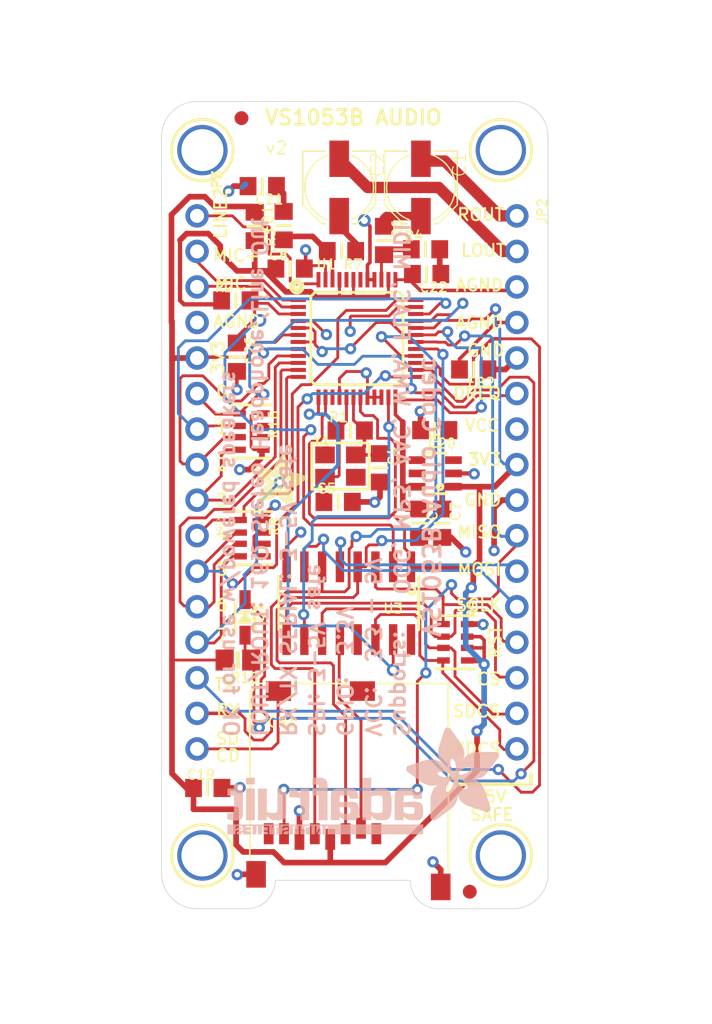
<source format=kicad_pcb>
(kicad_pcb (version 20211014) (generator pcbnew)
  (layers (0 "F.Cu" signal) (31 "B.Cu" signal) (34 "B.Paste" user) (35 "F.Paste" user) (36 "B.SilkS" user "B.Silkscreen") (37 "F.SilkS" user "F.Silkscreen") (38 "B.Mask" user) (39 "F.Mask" user) (44 "Edge.Cuts" user))
  (net 0 "")
  (net 1 "1.8V")
  (net 2 "3.3V")
  (net 3 "GND")
  (net 4 "VIN")
  (net 5 "AVDD")
  (net 6 "AGND")
  (net 7 "N$1")
  (net 8 "N$2")
  (net 9 "GPIO5")
  (net 10 "GPIO0")
  (net 11 "GPIO1")
  (net 12 "GPIO4")
  (net 13 "GPIO2")
  (net 14 "GPIO3")
  (net 15 "GPIO6")
  (net 16 "GPIO7")
  (net 17 "MISO")
  (net 18 "MOSI_3V")
  (net 19 "SCLK_3V")
  (net 20 "TX")
  (net 21 "RX")
  (net 22 "CS_3V")
  (net 23 "MIC_P")
  (net 24 "MIC_N")
  (net 25 "RST_3V")
  (net 26 "DREQ")
  (net 27 "SDCS_3V")
  (net 28 "CLKOUT")
  (net 29 "LEFT")
  (net 30 "RIGHT")
  (net 31 "N$5")
  (net 32 "N$6")
  (net 33 "RIGHT_FILTERED")
  (net 34 "LEFT_FILTERED")
  (net 35 "MOSI_5V")
  (net 36 "CS_5V")
  (net 37 "SDCS_5V")
  (net 38 "XDCS_3V")
  (net 39 "XDCS_5V")
  (net 40 "RST_5V")
  (net 41 "SCLK_5V")
  (net 42 "SD_DETECT")
  (net 43 "RX_5V")
  (net 44 "R_OUT")
  (net 45 "L_OUT")
  (net 46 "LINE2")
  (footprint "boardEagle:SOD-323" (layer "F.Cu") (at 140.6525 113.0301 -90)
    (fp_text reference "D1")
    (fp_text value "1N4148")
  )
  (footprint "boardEagle:PANASONIC_C" (layer "F.Cu") (at 153.2255 82.2961 -90)
    (fp_text reference "C1")
    (fp_text value "220uF")
  )
  (footprint "boardEagle:SOT23-6" (layer "F.Cu") (at 154.2495 102.7391 90)
    (fp_text reference "U2")
    (fp_text value "AP7312-1833W6-7")
  )
  (footprint "boardEagle:_0805MP" (layer "F.Cu") (at 157.0013 95.3073 180)
    (fp_text reference "FB2")
    (fp_text value "FERITTE")
  )
  (footprint "boardEagle:MOUNTINGHOLE_3.0_PLATEDTHIN" (layer "F.Cu") (at 158.9405 130.0481)
    (fp_text reference "U$51" hide)
    (fp_text value "MOUNTINGHOLE3.0THIN" hide)
  )
  (footprint "boardEagle:MOUNTINGHOLE_3.0_PLATEDTHIN" (layer "F.Cu") (at 137.6045 130.0481)
    (fp_text reference "U$50" hide)
    (fp_text value "MOUNTINGHOLE3.0THIN" hide)
  )
  (footprint "boardEagle:_0805MP" (layer "F.Cu") (at 154.7495 106.2991 -90)
    (fp_text reference "C7")
    (fp_text value "10µF")
  )
  (footprint "boardEagle:_0805MP" (layer "F.Cu") (at 153.6353 88.4839 180)
    (fp_text reference "C22")
    (fp_text value "10nF (0.01uF)")
  )
  (footprint "boardEagle:FIDUCIAL_1MM" (layer "F.Cu") (at 156.7185 132.6391)
    (fp_text reference "FID2" hide)
    (fp_text value "FIDUCIAL\"\"" hide)
  )
  (footprint "boardEagle:1X16_ROUND" (layer "F.Cu") (at 160.0835 103.3781 -90)
    (fp_text reference "JP2")
    (fp_text value "")
  )
  (footprint "boardEagle:SOIC16" (layer "F.Cu") (at 148.0693 112.0141 180)
    (fp_text reference "U3")
    (fp_text value "74HC4050D")
  )
  (footprint "boardEagle:_0805MP" (layer "F.Cu") (at 141.883503 82.2031 180)
    (fp_text reference "C21")
    (fp_text value "10nF (0.01uF)")
  )
  (footprint "boardEagle:_0805MP" (layer "F.Cu") (at 141.342503 85.084704 -90)
    (fp_text reference "FB1")
    (fp_text value "FERITTE")
  )
  (footprint "boardEagle:RESPACK_4X0603" (layer "F.Cu") (at 141.1859 107.3659 -90)
    (fp_text reference "R8")
    (fp_text value "100K")
  )
  (footprint "boardEagle:_0805MP" (layer "F.Cu") (at 147.5475 86.8451 180)
    (fp_text reference "R7")
    (fp_text value "100")
  )
  (footprint "boardEagle:0805-NO" (layer "F.Cu") (at 140.1445 116.0781 180)
    (fp_text reference "R10")
    (fp_text value "10K")
  )
  (footprint "boardEagle:RESPACK_4X0603" (layer "F.Cu") (at 155.6893 114.8081 -90)
    (fp_text reference "R9")
    (fp_text value "100K")
  )
  (footprint "boardEagle:_0805MP" (layer "F.Cu") (at 143.8757 88.0951)
    (fp_text reference "C8")
    (fp_text value "0.1µF")
  )
  (footprint "boardEagle:_0805MP" (layer "F.Cu") (at 147.3073 104.7751)
    (fp_text reference "C5")
    (fp_text value "10pF")
  )
  (footprint "boardEagle:MOUNTINGHOLE_3.0_PLATEDTHIN" (layer "F.Cu") (at 158.9405 79.6291)
    (fp_text reference "U$52" hide)
    (fp_text value "MOUNTINGHOLE3.0THIN" hide)
  )
  (footprint "boardEagle:_0805MP" (layer "F.Cu") (at 140.0683 94.4309 -90)
    (fp_text reference "C26")
    (fp_text value "0.1µF")
  )
  (footprint "boardEagle:MICROSD" (layer "F.Cu") (at 141.0415 117.8561)
    (fp_text reference "CN1")
    (fp_text value "2908-05WB-M6")
  )
  (footprint "boardEagle:_0805MP" (layer "F.Cu") (at 150.3045 102.3367 -90)
    (fp_text reference "C4")
    (fp_text value "10pF")
  )
  (footprint "boardEagle:FIDUCIAL_1MM" (layer "F.Cu") (at 140.3985 77.3431)
    (fp_text reference "FID1" hide)
    (fp_text value "FIDUCIAL\"\"" hide)
  )
  (footprint "boardEagle:_0805MP" (layer "F.Cu") (at 143.412503 85.027104 90)
    (fp_text reference "R3")
    (fp_text value "20")
  )
  (footprint "boardEagle:_0805MP" (layer "F.Cu") (at 137.9855 125.2221)
    (fp_text reference "C19")
    (fp_text value "10µF")
  )
  (footprint "boardEagle:CRYSTAL_3.2X2.5" (layer "F.Cu") (at 147.4717 102.2137)
    (fp_text reference "Y1")
    (fp_text value "ABM8G-12.288MHZ-4Y-T3")
  )
  (footprint "boardEagle:_0805MP" (layer "F.Cu") (at 153.5555 86.7171)
    (fp_text reference "R4")
    (fp_text value "20")
  )
  (footprint "boardEagle:_0805MP" (layer "F.Cu") (at 150.5915 86.0861 -90)
    (fp_text reference "R6")
    (fp_text value "100")
  )
  (footprint "boardEagle:MOUNTINGHOLE_3.0_PLATEDTHIN" (layer "F.Cu") (at 137.6045 79.6291)
    (fp_text reference "U$53" hide)
    (fp_text value "MOUNTINGHOLE3.0THIN" hide)
  )
  (footprint "boardEagle:_0805MP" (layer "F.Cu") (at 153.0985 106.2991 -90)
    (fp_text reference "C6")
    (fp_text value "10µF")
  )
  (footprint "boardEagle:LQFP48" (layer "F.Cu") (at 148.6535 93.0911)
    (fp_text reference "U1")
    (fp_text value "VS1053B")
  )
  (footprint "boardEagle:1X16_ROUND" (layer "F.Cu") (at 137.2235 103.3781 -90)
    (fp_text reference "JP3")
    (fp_text value "")
  )
  (footprint "boardEagle:ADAFRUIT_3.5MM" (layer "F.Cu") (at 141.2875 105.1561)
    (fp_text reference "U$31" hide)
    (fp_text value "" hide)
  )
  (footprint "boardEagle:_0805MP" (layer "F.Cu") (at 139.993703 90.3717)
    (fp_text reference "R2")
    (fp_text value "100K")
  )
  (footprint "boardEagle:_0805MP" (layer "F.Cu") (at 148.1709 99.6697)
    (fp_text reference "R1")
    (fp_text value "1M")
  )
  (footprint "boardEagle:PANASONIC_C" (layer "F.Cu") (at 147.3835 82.2961 -90)
    (fp_text reference "C2")
    (fp_text value "220uF")
  )
  (footprint "boardEagle:_0805MP" (layer "F.Cu") (at 154.2161 99.6443 180)
    (fp_text reference "C20")
    (fp_text value "10µF")
  )
  (footprint "boardEagle:RESPACK_4X0603" (layer "F.Cu") (at 141.1097 99.7459 -90)
    (fp_text reference "R16")
    (fp_text value "100K")
  )
  (footprint "boardEagle:ADAFRUIT_TEXT_20MM" (layer "B.Cu") (at 158.9659 128.5241 180)
    (fp_text reference "U$55" hide)
    (fp_text value "" hide)
  )
  (gr_line (start 155.7655 124.9681) (end 161.0995 124.9681) (layer "F.SilkS") (width 0.254))
  (gr_line (start 161.0995 124.9681) (end 161.0995 124.2061) (layer "F.SilkS") (width 0.254))
  (gr_line (start 155.7655 124.2061) (end 155.7655 124.9681) (layer "F.SilkS") (width 0.254))
  (gr_line (start 154.4955 133.8581) (end 159.7787 133.8581) (layer "Edge.Cuts") (width 0.05))
  (gr_arc (start 154.4955 133.8581) (mid 153.058659 133.262941) (end 152.4635 131.8261) (layer "Edge.Cuts") (width 0.05))
  (gr_arc (start 137.2235 133.8581) (mid 135.427449 133.114151) (end 134.6835 131.3181) (layer "Edge.Cuts") (width 0.05))
  (gr_line (start 134.6835 78.6891) (end 134.6835 131.3181) (layer "Edge.Cuts") (width 0.05))
  (gr_arc (start 142.8115 131.8261) (mid 142.216341 133.262941) (end 140.7795 133.8581) (layer "Edge.Cuts") (width 0.05))
  (gr_line (start 142.8115 131.8261) (end 152.4635 131.8261) (layer "Edge.Cuts") (width 0.05))
  (gr_arc (start 159.7787 76.1491) (mid 161.574751 76.893049) (end 162.3187 78.6891) (layer "Edge.Cuts") (width 0.05))
  (gr_arc (start 162.3187 131.3181) (mid 161.574751 133.114151) (end 159.7787 133.8581) (layer "Edge.Cuts") (width 0.05))
  (gr_line (start 137.2235 133.8581) (end 140.7795 133.8581) (layer "Edge.Cuts") (width 0.05))
  (gr_arc (start 134.6835 78.6891) (mid 135.427449 76.893049) (end 137.2235 76.1491) (layer "Edge.Cuts") (width 0.05))
  (gr_line (start 162.3187 131.3181) (end 162.3187 78.6891) (layer "Edge.Cuts") (width 0.05))
  (gr_line (start 159.7787 76.1491) (end 137.2235 76.1491) (layer "Edge.Cuts") (width 0.05))
  (gr_text "LOUT/ROUT: 16Ω Stereo Headphone/Line Out" (at 141.0335 121.6661 -90) (layer "B.SilkS") (effects (font (size 1.0668 1.0668) (thickness 0.2032)) (justify left bottom mirror)))
  (gr_text "3.3 - 5V" (at 149.1615 116.3321 -90) (layer "B.SilkS") (effects (font (size 1.0668 1.0668) (thickness 0.2032)) (justify left bottom mirror)))
  (gr_text "VCC:" (at 149.1615 121.6661 -90) (layer "B.SilkS") (effects (font (size 1.0668 1.0668) (thickness 0.2032)) (justify left bottom mirror)))
  (gr_text "OGG, MP3, AAC, WMA, FLAC, MIDI" (at 151.1935 111.5061 -90) (layer "B.SilkS") (effects (font (size 1.0668 1.0668) (thickness 0.2032)) (justify left bottom mirror)))
  (gr_text "SPI: 3-5V safe" (at 145.0975 121.6661 -90) (layer "B.SilkS") (effects (font (size 1.0668 1.0668) (thickness 0.2032)) (justify left bottom mirror)))
  (gr_text "Supports:" (at 151.1935 121.6661 -90) (layer "B.SilkS") (effects (font (size 1.0668 1.0668) (thickness 0.2032)) (justify left bottom mirror)))
  (gr_text "GPIO:" (at 147.1295 121.6661 -90) (layer "B.SilkS") (effects (font (size 1.0668 1.0668) (thickness 0.2032)) (justify left bottom mirror)))
  (gr_text "OK for use w/powered speakers" (at 139.0015 121.6661 -90) (layer "B.SilkS") (effects (font (size 1.0668 1.0668) (thickness 0.2032)) (justify left bottom mirror)))
  (gr_text "3.3V" (at 147.1295 115.8241 -90) (layer "B.SilkS") (effects (font (size 1.0668 1.0668) (thickness 0.2032)) (justify left bottom mirror)))
  (gr_text "RX/TX SERIAL: 3-5V safe" (at 143.0655 121.6661 -90) (layer "B.SilkS") (effects (font (size 1.0668 1.0668) (thickness 0.2032)) (justify left bottom mirror)))
  (gr_text "VS1053B Audio Codec" (at 153.2255 114.5541 -90) (layer "B.SilkS") (effects (font (size 1.194816 1.194816) (thickness 0.227584)) (justify left bottom mirror)))
  (gr_text "3V3" (at 139.227406 95.751369 90) (layer "F.SilkS") (effects (font (size 0.8636 0.8636) (thickness 0.1524)) (justify left bottom)))
  (gr_text "SD" (at 138.4681 122.1995) (layer "F.SilkS") (effects (font (size 0.8636 0.8636) (thickness 0.1524)) (justify left bottom)))
  (gr_text "TX" (at 138.3665 118.3387) (layer "F.SilkS") (effects (font (size 0.8636 0.8636) (thickness 0.1524)) (justify left bottom)))
  (gr_text "CD" (at 138.4681 123.4187) (layer "F.SilkS") (effects (font (size 0.8636 0.8636) (thickness 0.1524)) (justify left bottom)))
  (gr_text "1" (at 138.4935 99.9491) (layer "F.SilkS") (effects (font (size 0.8636 0.8636) (thickness 0.1524)) (justify left bottom)))
  (gr_text "AGND" (at 138.2935 92.381094) (layer "F.SilkS") (effects (font (size 0.8636 0.8636) (thickness 0.1524)) (justify left bottom)))
  (gr_text "CS" (at 159.0331 116.9301) (layer "F.SilkS") (effects (font (size 0.8636 0.8636) (thickness 0.1524)) (justify right top)))
  (gr_text "MISO" (at 159.0675 106.4261) (layer "F.SilkS") (effects (font (size 0.8636 0.8636) (thickness 0.1524)) (justify right top)))
  (gr_text "XDCS" (at 159.0235 121.9301) (layer "F.SilkS") (effects (font (size 0.8636 0.8636) (thickness 0.1524)) (justify right top)))
  (gr_text "2" (at 138.4935 102.6161) (layer "F.SilkS") (effects (font (size 0.8636 0.8636) (thickness 0.1524)) (justify left bottom)))
  (gr_text "MIC+" (at 138.2935 87.663097) (layer "F.SilkS") (effects (font (size 0.8636 0.8636) (thickness 0.1524)) (justify left bottom)))
  (gr_text "0" (at 138.4935 97.4091) (layer "F.SilkS") (effects (font (size 0.8636 0.8636) (thickness 0.1524)) (justify left bottom)))
  (gr_text "AGND" (at 159.1945 91.4655) (layer "F.SilkS") (effects (font (size 0.8636 0.8636) (thickness 0.1524)) (justify right top)))
  (gr_text "AGND" (at 159.1945 88.7731) (layer "F.SilkS") (effects (font (size 0.8636 0.8636) (thickness 0.1524)) (justify right top)))
  (gr_text "LOUT" (at 159.3675 86.2931) (layer "F.SilkS") (effects (font (size 0.8636 0.8636) (thickness 0.1524)) (justify right top)))
  (gr_text "LINE2" (at 139.415496 86.0521 90) (layer "F.SilkS") (effects (font (size 0.8636 0.8636) (thickness 0.1524)) (justify left bottom)))
  (gr_text "6" (at 138.4935 112.6491) (layer "F.SilkS") (effects (font (size 0.8636 0.8636) (thickness 0.1524)) (justify left bottom)))
  (gr_text "GND" (at 159.2707 93.4467) (layer "F.SilkS") (effects (font (size 0.8636 0.8636) (thickness 0.1524)) (justify right top)))
  (gr_text "VS1053B AUDIO" (at 141.9669 77.9257) (layer "F.SilkS") (effects (font (size 1.0668 1.0668) (thickness 0.2032)) (justify left bottom)))
  (gr_text "5" (at 138.4935 110.1091) (layer "F.SilkS") (effects (font (size 0.8636 0.8636) (thickness 0.1524)) (justify left bottom)))
  (gr_text "3V3" (at 159.0675 101.2445) (layer "F.SilkS") (effects (font (size 0.8636 0.8636) (thickness 0.1524)) (justify right top)))
  (gr_text "3" (at 138.4935 105.1561) (layer "F.SilkS") (effects (font (size 0.8636 0.8636) (thickness 0.1524)) (justify left bottom)))
  (gr_text "ROUT" (at 159.2675 83.7331) (layer "F.SilkS") (effects (font (size 0.8636 0.8636) (thickness 0.1524)) (justify right top)))
  (gr_text "MIC-" (at 138.3935 89.676094) (layer "F.SilkS") (effects (font (size 0.8636 0.8636) (thickness 0.1524)) (justify left bottom)))
  (gr_text "v2" (at 142.0495 80.0101) (layer "F.SilkS") (effects (font (size 0.9144 0.9144) (thickness 0.1016)) (justify left bottom)))
  (gr_text "SDCS" (at 158.9875 119.2281) (layer "F.SilkS") (effects (font (size 0.8636 0.8636) (thickness 0.1524)) (justify right top)))
  (gr_text "4" (at 138.4935 107.5691) (layer "F.SilkS") (effects (font (size 0.8636 0.8636) (thickness 0.1524)) (justify left bottom)))
  (gr_text "GND" (at 159.0675 104.1401) (layer "F.SilkS") (effects (font (size 0.8636 0.8636) (thickness 0.1524)) (justify right top)))
  (gr_text "DREQ" (at 159.0421 96.4947) (layer "F.SilkS") (effects (font (size 0.8636 0.8636) (thickness 0.1524)) (justify right top)))
  (gr_text "7" (at 138.4935 114.8081) (layer "F.SilkS") (effects (font (size 0.8636 0.8636) (thickness 0.1524)) (justify left bottom)))
  (gr_text "SAFE" (at 156.6545 127.6351) (layer "F.SilkS") (effects (font (size 0.8636 0.8636) (thickness 0.1524)) (justify left bottom)))
  (gr_text "5V" (at 157.6705 126.3651) (layer "F.SilkS") (effects (font (size 0.8636 0.8636) (thickness 0.1524)) (justify left bottom)))
  (gr_text "RST" (at 159.0421 116.0527 90) (layer "F.SilkS") (effects (font (size 0.8636 0.8636) (thickness 0.1524)) (justify left bottom)))
  (gr_text "MOSI" (at 159.0675 109.0931) (layer "F.SilkS") (effects (font (size 0.8636 0.8636) (thickness 0.1524)) (justify right top)))
  (gr_text "SCLK" (at 159.0675 111.6331) (layer "F.SilkS") (effects (font (size 0.8636 0.8636) (thickness 0.1524)) (justify right top)))
  (gr_text "VCC" (at 158.9405 98.8061) (layer "F.SilkS") (effects (font (size 0.8636 0.8636) (thickness 0.1524)) (justify right top)))
  (gr_text "RX" (at 138.4935 120.1929) (layer "F.SilkS") (effects (font (size 0.8636 0.8636) (thickness 0.1524)) (justify left bottom)))
  (segment (start 145.3889 92.3411) (end 145.6563 92.6085) (width 0.2032) (layer "F.Cu") (net 1))
  (segment (start 151.4035 97.2911) (end 151.4035 98.5335) (width 0.254) (layer "F.Cu") (net 1))
  (segment (start 145.6563 93.5229) (end 146.1643 94.0309) (width 0.2032) (layer "F.Cu") (net 1))
  (segment (start 151.9555 92.8371) (end 151.0665 91.9481) (width 0.2032) (layer "F.Cu") (net 1))
  (segment (start 151.9301 105.0037) (end 151.9301 103.6321) (width 0.4064) (layer "F.Cu") (net 1))
  (segment (start 151.4035 97.2911) (end 151.4035 97.4413) (width 0.2032) (layer "F.Cu") (net 1))
  (segment (start 151.4475 97.4853) (end 154.3939 97.4853) (width 0.2032) (layer "F.Cu") (net 1))
  (segment (start 151.4035 97.4413) (end 151.4475 97.4853) (width 0.2032) (layer "F.Cu") (net 1))
  (segment (start 151.9301 103.6321) (end 151.9301 99.0601) (width 0.4064) (layer "F.Cu") (net 1))
  (segment (start 155.3083 98.3997) (end 157.1371 98.3997) (width 0.2032) (layer "F.Cu") (net 1))
  (segment (start 145.6563 93.3197) (end 145.6563 93.5229) (width 0.2032) (layer "F.Cu") (net 1))
  (segment (start 154.3939 97.4853) (end 155.3083 98.3997) (width 0.2032) (layer "F.Cu") (net 1))
  (segment (start 154.2629 92.8371) (end 154.2629 92.8411) (width 0.2032) (layer "F.Cu") (net 1))
  (segment (start 154.2629 92.8411) (end 154.4955 92.6085) (width 0.2032) (layer "F.Cu") (net 1))
  (segment (start 148.1455 93.8277) (end 150.0251 91.9481) (width 0.2032) (layer "F.Cu") (net 1))
  (segment (start 151.4035 98.5335) (end 151.9301 99.0601) (width 0.254) (layer "F.Cu") (net 1))
  (segment (start 152.2095 105.2831) (end 151.9301 105.0037) (width 0.4064) (layer "F.Cu") (net 1))
  (segment (start 144.4535 93.3411) (end 145.6349 93.3411) (width 0.2032) (layer "F.Cu") (net 1))
  (segment (start 145.6563 92.6085) (end 145.6563 93.3197) (width 0.2032) (layer "F.Cu") (net 1))
  (segment (start 154.4987 92.6117) (end 155.1323 92.6117) (width 0.2032) (layer "F.Cu") (net 1))
  (segment (start 153.0985 105.2831) (end 152.2095 105.2831) (width 0.4064) (layer "F.Cu") (net 1))
  (segment (start 152.9495 103.6891) (end 151.9871 103.6891) (width 0.4064) (layer "F.Cu") (net 1))
  (segment (start 154.4955 92.6085) (end 154.4987 92.6117) (width 0.2032) (layer "F.Cu") (net 1))
  (segment (start 145.6349 93.3411) (end 145.6563 93.3197) (width 0.2032) (layer "F.Cu") (net 1))
  (segment (start 152.8495 92.8371) (end 152.8535 92.8411) (width 0.2032) (layer "F.Cu") (net 1))
  (segment (start 157.1371 98.3997) (end 157.5435 97.9933) (width 0.2032) (layer "F.Cu") (net 1))
  (segment (start 151.9555 92.8371) (end 152.8495 92.8371) (width 0.2032) (layer "F.Cu") (net 1))
  (segment (start 152.8495 92.8371) (end 154.2629 92.8371) (width 0.2032) (layer "F.Cu") (net 1))
  (segment (start 151.9871 103.6891) (end 151.9301 103.6321) (width 0.4064) (layer "F.Cu") (net 1))
  (segment (start 144.4535 92.3411) (end 145.3889 92.3411) (width 0.2032) (layer "F.Cu") (net 1))
  (segment (start 151.0665 91.9481) (end 150.0251 91.9481) (width 0.2032) (layer "F.Cu") (net 1))
  (segment (start 148.1963 93.8277) (end 148.1455 93.8277) (width 0.2032) (layer "F.Cu") (net 1))
  (via (at 155.1323 92.6117) (size 0.8064) (drill 0.4) (layers "F.Cu" "B.Cu") (net 1))
  (via (at 146.1643 94.0309) (size 0.8064) (drill 0.4) (layers "F.Cu" "B.Cu") (net 1))
  (via (at 157.5435 97.9933) (size 0.8064) (drill 0.4) (layers "F.Cu" "B.Cu") (net 1))
  (via (at 148.1963 93.8277) (size 0.8064) (drill 0.4) (layers "F.Cu" "B.Cu") (net 1))
  (segment (start 157.5435 93.7581) (end 157.5435 97.9933) (width 0.2032) (layer "B.Cu") (net 1))
  (segment (start 155.1323 92.6117) (end 155.1323 93.1069) (width 0.2032) (layer "B.Cu") (net 1))
  (segment (start 146.3675 93.8277) (end 146.1643 94.0309) (width 0.2032) (layer "B.Cu") (net 1))
  (segment (start 155.7835 93.7581) (end 157.5435 93.7581) (width 0.2032) (layer "B.Cu") (net 1))
  (segment (start 155.1323 93.1069) (end 155.7835 93.7581) (width 0.2032) (layer "B.Cu") (net 1))
  (segment (start 148.1963 93.8277) (end 146.3675 93.8277) (width 0.2032) (layer "B.Cu") (net 1))
  (segment (start 157.5435 103.6891) (end 158.5025 103.6891) (width 0.4064) (layer "F.Cu") (net 2))
  (segment (start 143.3409 92.8411) (end 142.8115 93.3705) (width 0.2032) (layer "F.Cu") (net 2))
  (segment (start 157.4165 103.8161) (end 157.5435 103.6891) (width 0.4064) (layer "F.Cu") (net 2))
  (segment (start 151.1935 105.6641) (end 150.9395 105.9181) (width 0.2032) (layer "F.Cu") (net 2))
  (segment (start 158.5025 103.6891) (end 160.0835 102.1081) (width 0.4064) (layer "F.Cu") (net 2))
  (segment (start 138.483493 83.6582) (end 141.186 83.6582) (width 0.4064) (layer "F.Cu") (net 2))
  (segment (start 141.471168 93.3705) (end 141.083487 93.758182) (width 0.2032) (layer "F.Cu") (net 2))
  (segment (start 150.1267 100.2285) (end 151.0411 100.2285) (width 0.2032) (layer "F.Cu") (net 2))
  (segment (start 145.2499 105.6133) (end 145.2499 100.6349) (width 0.2032) (layer "F.Cu") (net 2))
  (segment (start 140.0175 129.2861) (end 140.5255 129.7941) (width 0.4064) (layer "F.Cu") (net 2))
  (segment (start 156.5393 115.2081) (end 157.6895 115.2081) (width 0.254) (layer "F.Cu") (net 2))
  (segment (start 140.755703 94.429297) (end 139.104703 94.429297) (width 0.2032) (layer "F.Cu") (net 2))
  (segment (start 156.5393 114.4081) (end 157.4991 114.4081) (width 0.254) (layer "F.Cu") (net 2))
  (segment (start 157.7467 114.6557) (end 157.7467 115.2653) (width 0.254) (layer "F.Cu") (net 2))
  (segment (start 146.6723 130.5561) (end 150.6855 130.5561) (width 0.4064) (layer "F.Cu") (net 2))
  (segment (start 157.2387 124.0029) (end 150.6855 130.5561) (width 0.4064) (layer "F.Cu") (net 2))
  (segment (start 156.9685 110.7603) (end 156.8323 110.8965) (width 0.4064) (layer "F.Cu") (net 2))
  (segment (start 145.4531 100.4317) (end 145.9611 100.4317) (width 0.2032) (layer "F.Cu") (net 2))
  (segment (start 157.7467 115.2653) (end 157.7467 116.3829) (width 0.254) (layer "F.Cu") (net 2))
  (segment (start 135.3947 91.9481) (end 135.3947 91.8211) (width 0.4064) (layer "F.Cu") (net 2))
  (segment (start 151.3967 100.5841) (end 151.3967 105.4609) (width 0.2032) (layer "F.Cu") (net 2))
  (segment (start 146.7485 128.9031) (end 146.7415 128.8961) (width 0.4064) (layer "F.Cu") (net 2))
  (segment (start 157.6895 115.2081) (end 157.7467 115.2653) (width 0.254) (layer "F.Cu") (net 2))
  (segment (start 157.4991 114.4081) (end 157.7467 114.6557) (width 0.254) (layer "F.Cu") (net 2))
  (segment (start 156.9685 109.4141) (end 157.4165 108.9661) (width 0.4064) (layer "F.Cu") (net 2))
  (segment (start 152.5143 109.4141) (end 156.9685 109.4141) (width 0.4064) (layer "F.Cu") (net 2))
  (segment (start 135.3947 84.247) (end 136.683496 82.958204) (width 0.4064) (layer "F.Cu") (net 2))
  (segment (start 148.9035 98.3195) (end 149.1869 98.6029) (width 0.2032) (layer "F.Cu") (net 2))
  (segment (start 157.2387 121.1581) (end 157.2387 124.0029) (width 0.4064) (layer "F.Cu") (net 2))
  (segment (start 146.7485 130.4799) (end 146.7485 128.9031) (width 0.4064) (layer "F.Cu") (net 2))
  (segment (start 139.1945 116.0781) (end 135.432193 116.0781) (width 0.2032) (layer "F.Cu") (net 2))
  (segment (start 140.755703 94.429297) (end 141.083487 94.101513) (width 0.2032) (layer "F.Cu") (net 2))
  (segment (start 152.0571 106.5277) (end 151.1935 105.6641) (width 0.2032) (layer "F.Cu") (net 2))
  (segment (start 157.4719 116.1081) (end 157.7467 116.3829) (width 0.4064) (layer "F.Cu") (net 2))
  (segment (start 141.186 83.9122) (end 141.342503 84.068704) (width 0.4064) (layer "F.Cu") (net 2))
  (segment (start 144.4535 92.8411) (end 143.3409 92.8411) (width 0.2032) (layer "F.Cu") (net 2))
  (segment (start 141.083487 93.758182) (end 141.083487 94.101513) (width 0.2032) (layer "F.Cu") (net 2))
  (segment (start 145.2499 105.6133) (end 145.5547 105.9181) (width 0.2032) (layer "F.Cu") (net 2))
  (segment (start 156.7243 91.8021) (end 156.8323 91.6941) (width 0.2032) (layer "F.Cu") (net 2))
  (segment (start 135.432193 116.0781) (end 135.4314 116.078894) (width 0.2032) (layer "F.Cu") (net 2))
  (segment (start 145.5547 105.9181) (end 150.9395 105.9181) (width 0.2032) (layer "F.Cu") (net 2))
  (segment (start 137.282303 94.429297) (end 137.2235 94.4881) (width 0.254) (layer "F.Cu") (net 2))
  (segment (start 155.5495 103.6891) (end 157.5435 103.6891) (width 0.4064) (layer "F.Cu") (net 2))
  (segment (start 135.4314 91.8578) (end 135.3947 91.8211) (width 0.4064) (layer "F.Cu") (net 2))
  (segment (start 135.3947 91.8211) (end 135.3947 84.247) (width 0.4064) (layer "F.Cu") (net 2))
  (segment (start 136.4615 125.2221) (end 135.4314 124.192) (width 0.4064) (layer "F.Cu") (net 2))
  (segment (start 156.5393 116.1081) (end 157.4719 116.1081) (width 0.4064) (layer "F.Cu") (net 2))
  (segment (start 136.9695 125.2221) (end 136.9695 126.7461) (width 0.4064) (layer "F.Cu") (net 2))
  (segment (start 156.8323 91.6941) (end 157.8483 91.6941) (width 0.2032) (layer "F.Cu") (net 2))
  (segment (start 152.8535 92.3411) (end 154.1533 92.3411) (width 0.2032) (layer "F.Cu") (net 2))
  (segment (start 150.1267 98.9077) (end 150.1267 100.2285) (width 0.2032) (layer "F.Cu") (net 2))
  (segment (start 139.104703 94.429297) (end 137.282303 94.429297) (width 0.254) (layer "F.Cu") (net 2))
  (segment (start 141.083487 94.101513) (end 141.083487 94.158179) (width 0.2032) (layer "F.Cu") (net 2))
  (segment (start 146.1643 100.2285) (end 146.1643 98.7045) (width 0.2032) (layer "F.Cu") (net 2))
  (segment (start 148.9035 97.2911) (end 148.9035 98.3195) (width 0.2032) (layer "F.Cu") (net 2))
  (segment (start 136.9695 126.7461) (end 140.0175 126.7461) (width 0.4064) (layer "F.Cu") (net 2))
  (segment (start 146.7485 130.4799) (end 146.6723 130.5561) (width 0.4064) (layer "F.Cu") (net 2))
  (segment (start 135.4314 116.078894) (end 135.4314 124.192) (width 0.4064) (layer "F.Cu") (net 2))
  (segment (start 140.0175 126.7461) (end 140.0175 129.2861) (width 0.4064) (layer "F.Cu") (net 2))
  (segment (start 157.4165 108.9661) (end 157.4165 103.8161) (width 0.4064) (layer "F.Cu") (net 2))
  (segment (start 146.4035 97.2911) (end 146.4035 98.4653) (width 0.2032) (layer "F.Cu") (net 2))
  (segment (start 140.5255 129.7941) (end 142.6845 129.7941) (width 0.4064) (layer "F.Cu") (net 2))
  (segment (start 154.1533 92.3411) (end 154.6923 91.8021) (width 0.2032) (layer "F.Cu") (net 2))
  (segment (start 141.186 83.6582) (end 141.186 83.9122) (width 0.4064) (layer "F.Cu") (net 2))
  (segment (start 154.6923 91.8021) (end 156.7243 91.8021) (width 0.2032) (layer "F.Cu") (net 2))
  (segment (start 152.4635 108.4835) (end 152.0571 108.0771) (width 0.2032) (layer "F.Cu") (net 2))
  (segment (start 149.8219 98.6029) (end 150.1267 98.9077) (width 0.2032) (layer "F.Cu") (net 2))
  (segment (start 154.7495 103.8861) (end 154.7495 105.2831) (width 0.4064) (layer "F.Cu") (net 2))
  (segment (start 151.0411 100.2285) (end 151.3967 100.5841) (width 0.2032) (layer "F.Cu") (net 2))
  (segment (start 149.1869 98.6029) (end 149.8219 98.6029) (width 0.2032) (layer "F.Cu") (net 2))
  (segment (start 146.1643 98.7045) (end 146.4035 98.4653) (width 0.2032) (layer "F.Cu") (net 2))
  (segment (start 155.5495 103.6891) (end 154.9465 103.6891) (width 0.4064) (layer "F.Cu") (net 2))
  (segment (start 136.9695 125.2221) (end 136.4615 125.2221) (width 0.4064) (layer "F.Cu") (net 2))
  (segment (start 152.4635 109.3633) (end 152.5143 109.4141) (width 0.2032) (layer "F.Cu") (net 2))
  (segment (start 156.9685 109.4141) (end 156.9685 110.7603) (width 0.4064) (layer "F.Cu") (net 2))
  (segment (start 135.4314 116.078894) (end 135.4314 94.658179) (width 0.4064) (layer "F.Cu") (net 2))
  (segment (start 152.0571 108.0771) (end 152.0571 106.5277) (width 0.2032) (layer "F.Cu") (net 2))
  (segment (start 135.4314 94.658179) (end 135.4314 91.8578) (width 0.4064) (layer "F.Cu") (net 2))
  (segment (start 135.601478 94.4881) (end 135.4314 94.658179) (width 0.4064) (layer "F.Cu") (net 2))
  (segment (start 151.3967 105.4609) (end 151.1935 105.6641) (width 0.2032) (layer "F.Cu") (net 2))
  (segment (start 137.2235 94.4881) (end 135.601478 94.4881) (width 0.4064) (layer "F.Cu") (net 2))
  (segment (start 142.8115 93.3705) (end 141.471168 93.3705) (width 0.2032) (layer "F.Cu") (net 2))
  (segment (start 143.4465 130.5561) (end 146.6723 130.5561) (width 0.4064) (layer "F.Cu") (net 2))
  (segment (start 154.9465 103.6891) (end 154.7495 103.8861) (width 0.4064) (layer "F.Cu") (net 2))
  (segment (start 145.9611 100.4317) (end 146.1643 100.2285) (width 0.2032) (layer "F.Cu") (net 2))
  (segment (start 137.783496 82.958204) (end 138.483493 83.6582) (width 0.4064) (layer "F.Cu") (net 2))
  (segment (start 145.2499 100.6349) (end 145.4531 100.4317) (width 0.2032) (layer "F.Cu") (net 2))
  (segment (start 142.6845 129.7941) (end 143.4465 130.5561) (width 0.4064) (layer "F.Cu") (net 2))
  (segment (start 136.683496 82.958204) (end 137.783496 82.958204) (width 0.4064) (layer "F.Cu") (net 2))
  (segment (start 157.8483 91.6941) (end 158.5595 90.9829) (width 0.2032) (layer "F.Cu") (net 2))
  (segment (start 152.4635 108.4835) (end 152.4635 109.3633) (width 0.2032) (layer "F.Cu") (net 2))
  (via (at 156.8323 110.8965) (size 0.8064) (drill 0.4) (layers "F.Cu" "B.Cu") (net 2))
  (via (at 158.5595 90.9829) (size 0.8064) (drill 0.4) (layers "F.Cu" "B.Cu") (net 2))
  (via (at 157.2387 121.1581) (size 0.8064) (drill 0.4) (layers "F.Cu" "B.Cu") (net 2))
  (via (at 157.7467 116.3829) (size 0.8064) (drill 0.4) (layers "F.Cu" "B.Cu") (net 2))
  (segment (start 157.7467 116.3829) (end 157.7467 120.6501) (width 0.4064) (layer "B.Cu") (net 2))
  (segment (start 158.5595 90.9829) (end 158.5595 92.1005) (width 0.2032) (layer "B.Cu") (net 2))
  (segment (start 157.7467 120.6501) (end 157.2387 121.1581) (width 0.4064) (layer "B.Cu") (net 2))
  (segment (start 159.1691 102.0573) (end 160.0327 102.0573) (width 0.2032) (layer "B.Cu") (net 2))
  (segment (start 160.0327 102.0573) (end 160.0835 102.1081) (width 0.2032) (layer "B.Cu") (net 2))
  (segment (start 158.8643 92.4053) (end 158.5595 92.1005) (width 0.2032) (layer "B.Cu") (net 2))
  (segment (start 156.4259 115.0621) (end 157.7467 116.3829) (width 0.4064) (layer "B.Cu") (net 2))
  (segment (start 158.8643 101.7525) (end 159.1691 102.0573) (width 0.2032) (layer "B.Cu") (net 2))
  (segment (start 158.8643 92.4053) (end 158.8643 101.7525) (width 0.2032) (layer "B.Cu") (net 2))
  (segment (start 156.8323 110.8965) (end 156.4259 111.3029) (width 0.4064) (layer "B.Cu") (net 2))
  (segment (start 156.4259 111.3029) (end 156.4259 115.0621) (width 0.4064) (layer "B.Cu") (net 2))
  (segment (start 154.6415 131.0577) (end 154.0891 130.5053) (width 0.4064) (layer "F.Cu") (net 3))
  (segment (start 140.0683 95.4469) (end 140.0683 96.742985) (width 0.254) (layer "F.Cu") (net 3))
  (segment (start 143.6243 109.4141) (end 143.6243 107.9501) (width 0.2032) (layer "F.Cu") (net 3))
  (segment (start 152.8535 90.8411) (end 151.5893 90.8411) (width 0.2032) (layer "F.Cu") (net 3))
  (segment (start 150.4035 97.2911) (end 149.9035 97.2911) (width 0.2032) (layer "F.Cu") (net 3))
  (segment (start 140.9827 102.4637) (end 140.2715 102.4637) (width 0.4064) (layer "F.Cu") (net 3))
  (segment (start 141.9597 98.4459) (end 141.2413 98.4459) (width 0.2032) (layer "F.Cu") (net 3))
  (segment (start 141.0843 100.1269) (end 141.0843 100.8381) (width 0.2032) (layer "F.Cu") (net 3))
  (segment (start 141.4953 108.6659) (end 141.2875 108.4581) (width 0.2032) (layer "F.Cu") (net 3))
  (segment (start 141.8597 101.5867) (end 141.8597 101.1459) (width 0.4064) (layer "F.Cu") (net 3))
  (segment (start 155.3845 107.3151) (end 156.4259 108.3565) (width 0.4064) (layer "F.Cu") (net 3))
  (segment (start 158.4579 105.2069) (end 158.4579 108.2549) (width 0.4064) (layer "F.Cu") (net 3))
  (segment (start 150.9395 91.4909) (end 148.2471 91.4909) (width 0.2032) (layer "F.Cu") (net 3))
  (segment (start 142.0541 106.0477) (end 142.0359 106.0659) (width 0.4064) (layer "F.Cu") (net 3))
  (segment (start 142.0359 106.9659) (end 141.6241 106.9659) (width 0.2032) (layer "F.Cu") (net 3))
  (segment (start 159.2643 95.3073) (end 160.0835 94.4881) (width 0.4064) (layer "F.Cu") (net 3))
  (segment (start 141.9597 99.3459) (end 141.1161 99.3459) (width 0.2032) (layer "F.Cu") (net 3))
  (segment (start 149.9035 97.2911) (end 149.4035 97.2911) (width 0.2032) (layer "F.Cu") (net 3))
  (segment (start 141.2875 107.7469) (end 141.2875 107.2389) (width 0.2032) (layer "F.Cu") (net 3))
  (segment (start 141.2875 107.2389) (end 141.5605 106.9659) (width 0.2032) (layer "F.Cu") (net 3))
  (segment (start 153.2001 99.6443) (end 153.2001 98.3235) (width 0.4064) (layer "F.Cu") (net 3))
  (segment (start 141.9597 101.0459) (end 141.8597 101.0459) (width 0.4064) (layer "F.Cu") (net 3))
  (segment (start 158.0173 95.3073) (end 159.2643 95.3073) (width 0.4064) (layer "F.Cu") (net 3))
  (segment (start 141.0843 98.6029) (end 141.0843 99.3141) (width 0.2032) (layer "F.Cu") (net 3))
  (segment (start 141.0843 100.8381) (end 141.2875 101.0413) (width 0.2032) (layer "F.Cu") (net 3))
  (segment (start 140.2715 125.2221) (end 139.0015 125.2221) (width 0.4064) (layer "F.Cu") (net 3))
  (segment (start 140.0683 96.742985) (end 140.08349 96.758175) (width 0.254) (layer "F.Cu") (net 3))
  (segment (start 145.4985 91.8411) (end 146.4691 92.8117) (width 0.2032) (layer "F.Cu") (net 3))
  (segment (start 153.2001 98.3235) (end 153.1747 98.2981) (width 0.4064) (layer "F.Cu") (net 3))
  (segment (start 141.9597 100.1459) (end 141.1033 100.1459) (width 0.2032) (layer "F.Cu") (net 3))
  (segment (start 147.8915 95.4533) (end 149.2123 95.4533) (width 0.2032) (layer "F.Cu") (net 3))
  (segment (start 144.4535 91.8411) (end 145.4985 91.8411) (width 0.2032) (layer "F.Cu") (net 3))
  (segment (start 149.4035 97.2911) (end 149.4035 95.6445) (width 0.2032) (layer "F.Cu") (net 3))
  (segment (start 141.8597 101.5867) (end 140.9827 102.4637) (width 0.4064) (layer "F.Cu") (net 3))
  (segment (start 141.2875 106.6293) (end 141.2875 106.0197) (width 0.2032) (layer "F.Cu") (net 3))
  (segment (start 141.9897 106.0197) (end 142.0359 106.0659) (width 0.2032) (layer "F.Cu") (net 3))
  (segment (start 154.7495 107.3151) (end 153.0985 107.3151) (width 0.4064) (layer "F.Cu") (net 3))
  (segment (start 149.9235 104.8005) (end 150.3045 104.4195) (width 0.4064) (layer "F.Cu") (net 3))
  (segment (start 140.2969 125.1967) (end 140.2715 125.2221) (width 0.4064) (layer "F.Cu") (net 3))
  (segment (start 141.8597 101.0459) (end 141.8551 101.0413) (width 0.4064) (layer "F.Cu") (net 3))
  (segment (start 140.1173 131.3961) (end 140.0937 131.4197) (width 0.4064) (layer "F.Cu") (net 3))
  (segment (start 159.0167 104.6481) (end 158.4579 105.2069) (width 0.4064) (layer "F.Cu") (net 3))
  (segment (start 142.0541 105.7611) (end 142.8115 105.0037) (width 0.4064) (layer "F.Cu") (net 3))
  (segment (start 141.6241 106.9659) (end 141.2875 106.6293) (width 0.2032) (layer "F.Cu") (net 3))
  (segment (start 148.1709 91.5671) (end 148.1709 92.5831) (width 0.2032) (layer "F.Cu") (net 3))
  (segment (start 141.1033 100.1459) (end 141.0843 100.1269) (width 0.2032) (layer "F.Cu") (net 3))
  (segment (start 155.5495 102.7391) (end 157.0061 102.7391) (width 0.3048) (layer "F.Cu") (net 3))
  (segment (start 142.0359 108.6659) (end 141.4953 108.6659) (width 0.2032) (layer "F.Cu") (net 3))
  (segment (start 141.2875 108.4581) (end 141.2875 107.7469) (width 0.2032) (layer "F.Cu") (net 3))
  (segment (start 141.8597 101.1459) (end 141.9597 101.0459) (width 0.4064) (layer "F.Cu") (net 3))
  (segment (start 144.5415 128.8961) (end 144.5415 126.8505) (width 0.4064) (layer "F.Cu") (net 3))
  (segment (start 154.7495 107.3151) (end 155.3845 107.3151) (width 0.4064) (layer "F.Cu") (net 3))
  (segment (start 147.4035 95.9413) (end 147.8915 95.4533) (width 0.2032) (layer "F.Cu") (net 3))
  (segment (start 141.0843 99.3141) (end 141.0843 100.1269) (width 0.2032) (layer "F.Cu") (net 3))
  (segment (start 141.1161 99.3459) (end 141.0843 99.3141) (width 0.2032) (layer "F.Cu") (net 3))
  (segment (start 141.4415 131.3961) (end 140.1173 131.3961) (width 0.4064) (layer "F.Cu") (net 3))
  (segment (start 147.4035 97.2911) (end 147.4035 95.9413) (width 0.2032) (layer "F.Cu") (net 3))
  (segment (start 149.2123 95.4533) (end 149.3139 95.5549) (width 0.2032) (layer "F.Cu") (net 3))
  (segment (start 150.3045 104.4195) (end 150.3045 103.3527) (width 0.4064) (layer "F.Cu") (net 3))
  (segment (start 148.2471 91.4909) (end 148.1709 91.5671) (width 0.2032) (layer "F.Cu") (net 3))
  (segment (start 142.0359 107.7659) (end 141.3065 107.7659) (width 0.2032) (layer "F.Cu") (net 3))
  (segment (start 143.6243 107.9501) (end 144.6403 106.9341) (width 0.2032) (layer "F.Cu") (net 3))
  (segment (start 151.5893 90.8411) (end 150.9395 91.4909) (width 0.2032) (layer "F.Cu") (net 3))
  (segment (start 157.0061 102.7391) (end 157.0355 102.7685) (width 0.3048) (layer "F.Cu") (net 3))
  (segment (start 154.6415 132.2961) (end 154.6415 131.0577) (width 0.4064) (layer "F.Cu") (net 3))
  (segment (start 144.5415 126.8505) (end 144.5387 126.8477) (width 0.4064) (layer "F.Cu") (net 3))
  (segment (start 148.3233 104.7751) (end 149.8981 104.7751) (width 0.4064) (layer "F.Cu") (net 3))
  (segment (start 156.5393 113.5081) (end 157.6405 113.5081) (width 0.4064) (layer "F.Cu") (net 3))
  (segment (start 141.2413 98.4459) (end 141.0843 98.6029) (width 0.2032) (layer "F.Cu") (net 3))
  (segment (start 142.0359 106.9659) (end 141.5605 106.9659) (width 0.2032) (layer "F.Cu") (net 3))
  (segment (start 141.3065 107.7659) (end 141.2875 107.7469) (width 0.2032) (layer "F.Cu") (net 3))
  (segment (start 159.0167 104.6481) (end 160.0835 104.6481) (width 0.4064) (layer "F.Cu") (net 3))
  (segment (start 142.0541 105.7611) (end 142.0629 105.7699) (width 0.2032) (layer "F.Cu") (net 3))
  (segment (start 157.6405 113.5081) (end 157.6705 113.5381) (width 0.4064) (layer "F.Cu") (net 3))
  (segment (start 142.0541 105.7611) (end 142.0541 106.0477) (width 0.4064) (layer "F.Cu") (net 3))
  (segment (start 141.2875 106.0197) (end 141.9897 106.0197) (width 0.2032) (layer "F.Cu") (net 3))
  (segment (start 141.2875 101.0413) (end 141.8551 101.0413) (width 0.2032) (layer "F.Cu") (net 3))
  (segment (start 149.4035 95.6445) (end 149.3139 95.5549) (width 0.2032) (layer "F.Cu") (net 3))
  (segment (start 149.8981 104.7751) (end 149.9235 104.8005) (width 0.4064) (layer "F.Cu") (net 3))
  (via (at 149.3139 95.5549) (size 0.8064) (drill 0.4) (layers "F.Cu" "B.Cu") (net 3))
  (via (at 140.2715 102.4637) (size 0.8064) (drill 0.4) (layers "F.Cu" "B.Cu") (net 3))
  (via (at 146.4691 92.8117) (size 0.8064) (drill 0.4) (layers "F.Cu" "B.Cu") (net 3))
  (via (at 142.8115 105.0037) (size 0.8064) (drill 0.4) (layers "F.Cu" "B.Cu") (net 3))
  (via (at 140.0937 131.4197) (size 0.8064) (drill 0.4) (layers "F.Cu" "B.Cu") (net 3))
  (via (at 140.2969 125.1967) (size 0.8064) (drill 0.4) (layers "F.Cu" "B.Cu") (net 3))
  (via (at 144.6403 106.9341) (size 0.8064) (drill 0.4) (layers "F.Cu" "B.Cu") (net 3))
  (via (at 148.1709 92.5831) (size 0.8064) (drill 0.4) (layers "F.Cu" "B.Cu") (net 3))
  (via (at 157.6705 113.5381) (size 0.8064) (drill 0.4) (layers "F.Cu" "B.Cu") (net 3))
  (via (at 144.5387 126.8477) (size 0.8064) (drill 0.4) (layers "F.Cu" "B.Cu") (net 3))
  (via (at 149.9235 104.8005) (size 0.8064) (drill 0.4) (layers "F.Cu" "B.Cu") (net 3))
  (via (at 153.1747 98.2981) (size 0.8064) (drill 0.4) (layers "F.Cu" "B.Cu") (net 3))
  (via (at 156.4259 108.3565) (size 0.8064) (drill 0.4) (layers "F.Cu" "B.Cu") (net 3))
  (via (at 140.08349 96.758175) (size 0.8064) (drill 0.4) (layers "F.Cu" "B.Cu") (net 3))
  (via (at 154.0891 130.5053) (size 0.8064) (drill 0.4) (layers "F.Cu" "B.Cu") (net 3))
  (via (at 158.4579 108.2549) (size 0.8064) (drill 0.4) (layers "F.Cu" "B.Cu") (net 3))
  (via (at 157.0355 102.7685) (size 0.8064) (drill 0.4) (layers "F.Cu" "B.Cu") (net 3))
  (segment (start 147.3835 90.1701) (end 148.5011 90.1701) (width 0.4064) (layer "F.Cu") (net 5))
  (segment (start 143.583481 89.758188) (end 142.083484 88.258191) (width 0.4064) (layer "F.Cu") (net 5))
  (segment (start 142.8597 88.258191) (end 142.8597 88.0951) (width 0.2032) (layer "F.Cu") (net 5))
  (segment (start 136.0043 86.066097) (end 136.4758 85.594594) (width 0.4064) (layer "F.Cu") (net 5))
  (segment (start 138.3919 90.6527) (end 138.7729 90.2717) (width 0.2032) (layer "F.Cu") (net 5))
  (segment (start 145.345987 89.758188) (end 143.583481 89.758188) (width 0.4064) (layer "F.Cu") (net 5))
  (segment (start 141.342503 88.217207) (end 141.383487 88.258191) (width 0.4064) (layer "F.Cu") (net 5))
  (segment (start 142.083484 88.258191) (end 141.383487 88.258191) (width 0.4064) (layer "F.Cu") (net 5))
  (segment (start 136.2837 90.6527) (end 136.0043 90.3733) (width 0.3048) (layer "F.Cu") (net 5))
  (segment (start 148.5011 90.1701) (end 150.7363 90.1701) (width 0.4064) (layer "F.Cu") (net 5))
  (segment (start 138.877703 90.2717) (end 138.977703 90.3717) (width 0.254) (layer "F.Cu") (net 5))
  (segment (start 141.383487 88.258191) (end 140.083487 88.258191) (width 0.4064) (layer "F.Cu") (net 5))
  (segment (start 142.396609 88.258191) (end 142.696609 88.258191) (width 0.254) (layer "F.Cu") (net 5))
  (segment (start 138.88349 87.058194) (end 138.88349 86.458091) (width 0.4064) (layer "F.Cu") (net 5))
  (segment (start 142.083484 88.258191) (end 142.396609 88.258191) (width 0.4064) (layer "F.Cu") (net 5))
  (segment (start 140.083487 88.258191) (end 138.88349 87.058194) (width 0.4064) (layer "F.Cu") (net 5))
  (segment (start 147.4035 88.8911) (end 147.4035 90.1501) (width 0.2032) (layer "F.Cu") (net 5))
  (segment (start 145.7579 90.1701) (end 145.345987 89.758188) (width 0.4064) (layer "F.Cu") (net 5))
  (segment (start 148.4035 90.0725) (end 148.5011 90.1701) (width 0.2032) (layer "F.Cu") (net 5))
  (segment (start 138.88349 86.458091) (end 138.019993 85.594594) (width 0.4064) (layer "F.Cu") (net 5))
  (segment (start 148.4035 88.8911) (end 148.4035 90.0725) (width 0.2032) (layer "F.Cu") (net 5))
  (segment (start 147.4035 90.1501) (end 147.3835 90.1701) (width 0.2032) (layer "F.Cu") (net 5))
  (segment (start 145.7579 90.1701) (end 147.3835 90.1701) (width 0.4064) (layer "F.Cu") (net 5))
  (segment (start 150.7363 90.1701) (end 150.8379 90.0685) (width 0.4064) (layer "F.Cu") (net 5))
  (segment (start 141.342503 86.100704) (end 141.342503 88.217207) (width 0.4064) (layer "F.Cu") (net 5))
  (segment (start 142.696609 88.258191) (end 142.8597 88.258191) (width 0.2032) (layer "F.Cu") (net 5))
  (segment (start 150.9035 90.0029) (end 150.8379 90.0685) (width 0.2032) (layer "F.Cu") (net 5))
  (segment (start 138.3919 90.6527) (end 136.2837 90.6527) (width 0.3048) (layer "F.Cu") (net 5))
  (segment (start 150.9035 88.8911) (end 150.9035 90.0029) (width 0.2032) (layer "F.Cu") (net 5))
  (segment (start 136.4758 85.594594) (end 138.019993 85.594594) (width 0.4064) (layer "F.Cu") (net 5))
  (segment (start 136.0043 90.3733) (end 136.0043 86.066097) (width 0.3048) (layer "F.Cu") (net 5))
  (segment (start 138.7729 90.2717) (end 138.877703 90.2717) (width 0.254) (layer "F.Cu") (net 5))
  (segment (start 144.983478 88.003322) (end 144.8917 88.0951) (width 0.254) (layer "F.Cu") (net 6))
  (segment (start 146.3675 87.8841) (end 145.1027 87.8841) (width 0.2032) (layer "F.Cu") (net 6))
  (segment (start 145.328606 87.658194) (end 145.245043 87.741757) (width 0.254) (layer "F.Cu") (net 6))
  (segment (start 158.5935 91.9481) (end 160.0835 91.9481) (width 0.254) (layer "F.Cu") (net 6))
  (segment (start 152.6193 89.094025) (end 153.183462 89.658188) (width 0.254) (layer "F.Cu") (net 6))
  (segment (start 149.4035 88.8911) (end 149.4035 87.838166) (width 0.254) (layer "F.Cu") (net 6))
  (segment (start 155.9853 95.3073) (end 155.9853 94.5563) (width 0.254) (layer "F.Cu") (net 6))
  (segment (start 149.4035 88.8911) (end 149.9035 88.8911) (width 0.254) (layer "F.Cu") (net 6))
  (segment (start 149.583471 85.058197) (end 149.183471 84.658197) (width 0.254) (layer "F.Cu") (net 6))
  (segment (start 159.833412 89.658188) (end 160.0835 89.4081) (width 0.254) (layer "F.Cu") (net 6))
  (segment (start 149.4035 87.838166) (end 149.583471 87.658194) (width 0.254) (layer "F.Cu") (net 6))
  (segment (start 149.583471 87.658194) (end 149.583471 85.058197) (width 0.254) (layer "F.Cu") (net 6))
  (segment (start 152.4833 88.8911) (end 152.6193 89.0271) (width 0.2032) (layer "F.Cu") (net 6))
  (segment (start 145.245043 87.741757) (end 144.983478 88.003322) (width 0.254) (layer "F.Cu") (net 6))
  (segment (start 145.228606 87.741757) (end 145.245043 87.741757) (width 0.254) (layer "F.Cu") (net 6))
  (segment (start 139.838593 82.2031) (end 139.48349 82.558204) (width 0.4064) (layer "F.Cu") (net 6))
  (segment (start 140.867503 82.2031) (end 139.838593 82.2031) (width 0.4064) (layer "F.Cu") (net 6))
  (segment (start 145.1027 87.8841) (end 144.8917 88.0951) (width 0.2032) (layer "F.Cu") (net 6))
  (segment (start 146.4035 88.8911) (end 146.4035 87.9201) (width 0.2032) (layer "F.Cu") (net 6))
  (segment (start 155.9853 94.5563) (end 158.5935 91.9481) (width 0.254) (layer "F.Cu") (net 6))
  (segment (start 144.983478 88.003322) (end 144.983478 86.758194) (width 0.254) (layer "F.Cu") (net 6))
  (segment (start 152.6193 89.0271) (end 152.6193 88.4839) (width 0.254) (layer "F.Cu") (net 6))
  (segment (start 151.4035 88.8911) (end 152.4833 88.8911) (width 0.2032) (layer "F.Cu") (net 6))
  (segment (start 152.6193 89.094025) (end 152.6193 89.0271) (width 0.254) (layer "F.Cu") (net 6))
  (segment (start 146.4035 87.9201) (end 146.3675 87.8841) (width 0.2032) (layer "F.Cu") (net 6))
  (segment (start 153.183462 89.658188) (end 159.833412 89.658188) (width 0.254) (layer "F.Cu") (net 6))
  (via (at 144.983478 86.758194) (size 0.8064) (drill 0.4) (layers "F.Cu" "B.Cu") (net 6))
  (via (at 139.48349 82.558204) (size 0.8064) (drill 0.4) (layers "F.Cu" "B.Cu") (net 6))
  (via (at 149.183471 84.658197) (size 0.9064) (drill 0.5) (layers "F.Cu" "B.Cu") (net 6))
  (segment (start 149.183471 84.658197) (end 149.283475 84.658197) (width 0.254) (layer "B.Cu") (net 6))
  (segment (start 140.683487 82.058204) (end 140.483487 82.258204) (width 0.4064) (layer "B.Cu") (net 6))
  (segment (start 149.283475 84.658197) (end 149.383471 84.5582) (width 0.254) (layer "B.Cu") (net 6))
  (segment (start 147.2819 102.9717) (end 146.4137 102.9717) (width 0.2032) (layer "F.Cu") (net 7))
  (segment (start 146.4137 102.9717) (end 146.3717 103.0137) (width 0.2032) (layer "F.Cu") (net 7))
  (segment (start 147.3835 102.8701) (end 147.2819 102.9717) (width 0.2032) (layer "F.Cu") (net 7))
  (segment (start 147.1549 99.7967) (end 147.1549 99.6697) (width 0.2032) (layer "F.Cu") (net 7))
  (segment (start 147.3835 100.0253) (end 147.3835 102.8701) (width 0.2032) (layer "F.Cu") (net 7))
  (segment (start 147.1549 99.6697) (end 146.9263 99.6697) (width 0.2032) (layer "F.Cu") (net 7))
  (segment (start 146.3121 104.7543) (end 146.2913 104.7751) (width 0.2032) (layer "F.Cu") (net 7))
  (segment (start 147.9035 97.2911) (end 147.9035 98.9973) (width 0.2032) (layer "F.Cu") (net 7))
  (segment (start 147.3835 100.0253) (end 147.1549 99.7967) (width 0.2032) (layer "F.Cu") (net 7))
  (segment (start 147.2311 99.6697) (end 147.1549 99.6697) (width 0.2032) (layer "F.Cu") (net 7))
  (segment (start 146.2913 103.0941) (end 146.3717 103.0137) (width 0.2032) (layer "F.Cu") (net 7))
  (segment (start 146.2913 104.7751) (end 146.2913 103.0941) (width 0.2032) (layer "F.Cu") (net 7))
  (segment (start 147.9035 98.9973) (end 147.2311 99.6697) (width 0.2032) (layer "F.Cu") (net 7))
  (segment (start 149.1869 100.7985) (end 148.5717 101.4137) (width 0.254) (layer "F.Cu") (net 8))
  (segment (start 150.3045 101.3207) (end 150.3045 101.4137) (width 0.254) (layer "F.Cu") (net 8))
  (segment (start 149.1361 99.6697) (end 149.1869 99.6697) (width 0.2032) (layer "F.Cu") (net 8))
  (segment (start 148.4035 97.2911) (end 148.4035 98.9371) (width 0.2032) (layer "F.Cu") (net 8))
  (segment (start 148.4035 98.9371) (end 149.1361 99.6697) (width 0.2032) (layer "F.Cu") (net 8))
  (segment (start 150.3045 101.4137) (end 148.5717 101.4137) (width 0.254) (layer "F.Cu") (net 8))
  (segment (start 149.1869 99.6697) (end 149.1869 100.7985) (width 0.254) (layer "F.Cu") (net 8))
  (segment (start 145.0213 97.4091) (end 145.0975 97.4091) (width 0.2032) (layer "F.Cu") (net 9))
  (segment (start 142.9131 106.3245) (end 142.9131 109.2455) (width 0.2032) (layer "F.Cu") (net 9))
  (segment (start 140.3359 106.9659) (end 139.9857 106.9659) (width 0.2032) (layer "F.Cu") (net 9))
  (segment (start 150.6855 95.7581) (end 150.7685 95.8411) (width 0.2032) (layer "F.Cu") (net 9))
  (segment (start 139.9857 106.9659) (end 137.2235 109.7281) (width 0.2032) (layer "F.Cu") (net 9))
  (segment (start 142.6845 109.4741) (end 141.2875 109.4741) (width 0.2032) (layer "F.Cu") (net 9))
  (segment (start 142.9131 106.3245) (end 144.4371 104.8005) (width 0.2032) (layer "F.Cu") (net 9))
  (segment (start 144.4371 97.9933) (end 145.0213 97.4091) (width 0.2032) (layer "F.Cu") (net 9))
  (segment (start 150.7685 95.8411) (end 152.8535 95.8411) (width 0.2032) (layer "F.Cu") (net 9))
  (segment (start 141.2875 109.4741) (end 140.1445 110.6171) (width 0.2032) (layer "F.Cu") (net 9))
  (segment (start 142.9131 109.2455) (end 142.6845 109.4741) (width 0.2032) (layer "F.Cu") (net 9))
  (segment (start 144.4371 104.8005) (end 144.4371 97.9933) (width 0.2032) (layer "F.Cu") (net 9))
  (segment (start 140.1445 110.6171) (end 139.7635 110.6171) (width 0.2032) (layer "F.Cu") (net 9))
  (via (at 150.6855 95.7581) (size 0.8064) (drill 0.4) (layers "F.Cu" "B.Cu") (net 9))
  (via (at 139.7635 110.6171) (size 0.8064) (drill 0.4) (layers "F.Cu" "B.Cu") (net 9))
  (via (at 145.0975 97.4091) (size 0.8064) (drill 0.4) (layers "F.Cu" "B.Cu") (net 9))
  (segment (start 149.1615 97.0281) (end 150.4315 95.7581) (width 0.2032) (layer "B.Cu") (net 9))
  (segment (start 138.8745 109.7281) (end 139.7635 110.6171) (width 0.2032) (layer "B.Cu") (net 9))
  (segment (start 145.0975 97.4091) (end 145.4785 97.0281) (width 0.2032) (layer "B.Cu") (net 9))
  (segment (start 145.4785 97.0281) (end 149.1615 97.0281) (width 0.2032) (layer "B.Cu") (net 9))
  (segment (start 150.4315 95.7581) (end 150.6855 95.7581) (width 0.2032) (layer "B.Cu") (net 9))
  (segment (start 138.8745 109.7281) (end 137.2235 109.7281) (width 0.2032) (layer "B.Cu") (net 9))
  (segment (start 137.2235 97.1805) (end 138.5443 98.5013) (width 0.2032) (layer "F.Cu") (net 10))
  (segment (start 156.2227 90.5765) (end 155.4067 91.3925) (width 0.2032) (layer "F.Cu") (net 10))
  (segment (start 137.2235 97.0281) (end 137.2235 97.1805) (width 0.2032) (layer "F.Cu") (net 10))
  (segment (start 140.3043 98.4905) (end 140.2597 98.4459) (width 0.2032) (layer "F.Cu") (net 10))
  (segment (start 152.8535 91.8411) (end 153.9421 91.8411) (width 0.2032) (layer "F.Cu") (net 10))
  (segment (start 141.736303 97.069297) (end 141.636303 97.069297) (width 0.2032) (layer "F.Cu") (net 10))
  (segment (start 155.4067 91.3925) (end 154.3907 91.3925) (width 0.2032) (layer "F.Cu") (net 10))
  (segment (start 140.3043 98.5013) (end 140.3043 98.4905) (width 0.2032) (layer "F.Cu") (net 10))
  (segment (start 141.736303 97.069297) (end 141.9987 97.069297) (width 0.254) (layer "F.Cu") (net 10))
  (segment (start 138.5443 98.5013) (end 140.3043 98.5013) (width 0.2032) (layer "F.Cu") (net 10))
  (segment (start 154.3907 91.3925) (end 153.9421 91.8411) (width 0.2032) (layer "F.Cu") (net 10))
  (segment (start 141.636303 97.069297) (end 140.2597 98.4459) (width 0.2032) (layer "F.Cu") (net 10))
  (via (at 141.9987 97.069297) (size 0.8064) (drill 0.4) (layers "F.Cu" "B.Cu") (net 10))
  (via (at 156.2227 90.5765) (size 0.8064) (drill 0.4) (layers "F.Cu" "B.Cu") (net 10))
  (segment (start 140.9827 96.5105) (end 140.9827 93.9261) (width 0.2032) (layer "B.Cu") (net 10))
  (segment (start 155.0035 91.7957) (end 144.245965 91.7957) (width 0.2032) (layer "B.Cu") (net 10))
  (segment (start 142.683484 93.358182) (end 144.245965 91.7957) (width 0.2032) (layer "B.Cu") (net 10))
  (segment (start 140.9827 93.9261) (end 141.550618 93.358182) (width 0.2032) (layer "B.Cu") (net 10))
  (segment (start 141.5415 97.0693) (end 140.9827 96.5105) (width 0.2032) (layer "B.Cu") (net 10))
  (segment (start 141.550618 93.358182) (end 142.683484 93.358182) (width 0.2032) (layer "B.Cu") (net 10))
  (segment (start 141.541503 97.069297) (end 141.9987 97.069297) (width 0.254) (layer "B.Cu") (net 10))
  (segment (start 156.2227 90.5765) (end 155.0035 91.7957) (width 0.2032) (layer "B.Cu") (net 10))
  (segment (start 141.5415 97.0693) (end 141.541503 97.069297) (width 0.254) (layer "B.Cu") (net 10))
  (segment (start 154.5971 90.5765) (end 153.8325 91.3411) (width 0.2032) (layer "F.Cu") (net 11))
  (segment (start 137.4457 99.3459) (end 137.2235 99.5681) (width 0.2032) (layer "F.Cu") (net 11))
  (segment (start 137.2425 99.5491) (end 137.2235 99.5681) (width 0.2032) (layer "F.Cu") (net 11))
  (segment (start 155.0035 90.5765) (end 154.5971 90.5765) (width 0.2032) (layer "F.Cu") (net 11))
  (segment (start 140.2597 99.3459) (end 137.4457 99.3459) (width 0.2032) (layer "F.Cu") (net 11))
  (segment (start 152.8535 91.3411) (end 153.8325 91.3411) (width 0.2032) (layer "F.Cu") (net 11))
  (via (at 155.0035 90.5765) (size 0.8064) (drill 0.4) (layers "F.Cu" "B.Cu") (net 11))
  (segment (start 140.985009 90.258188) (end 154.685187 90.258188) (width 0.2032) (layer "B.Cu") (net 11))
  (segment (start 138.347503 92.895691) (end 140.985009 90.258188) (width 0.2032) (layer "B.Cu") (net 11))
  (segment (start 138.347503 92.895691) (end 137.985012 93.258182) (width 0.2032) (layer "B.Cu") (net 11))
  (segment (start 136.993425 99.5681) (end 137.2235 99.5681) (width 0.2032) (layer "B.Cu") (net 11))
  (segment (start 136.383496 93.258182) (end 135.883496 93.758182) (width 0.2032) (layer "B.Cu") (net 11))
  (segment (start 135.883496 93.758182) (end 135.883496 98.458172) (width 0.2032) (layer "B.Cu") (net 11))
  (segment (start 154.685187 90.258188) (end 155.0035 90.5765) (width 0.2032) (layer "B.Cu") (net 11))
  (segment (start 154.9019 90.6781) (end 155.0035 90.5765) (width 0.2032) (layer "B.Cu") (net 11))
  (segment (start 137.985012 93.258182) (end 136.383496 93.258182) (width 0.2032) (layer "B.Cu") (net 11))
  (segment (start 135.883496 98.458172) (end 136.993425 99.5681) (width 0.2032) (layer "B.Cu") (net 11))
  (segment (start 145.3515 96.3931) (end 147.2819 94.4627) (width 0.2032) (layer "F.Cu") (net 12))
  (segment (start 144.0307 103.8861) (end 143.7259 104.1909) (width 0.2032) (layer "F.Cu") (net 12))
  (segment (start 143.7259 104.1909) (end 141.4907 104.1909) (width 0.2032) (layer "F.Cu") (net 12))
  (segment (start 147.8915 91.0845) (end 147.2819 91.6941) (width 0.2032) (layer "F.Cu") (net 12))
  (segment (start 144.0307 97.055354) (end 144.692953 96.3931) (width 0.2032) (layer "F.Cu") (net 12))
  (segment (start 138.3457 106.0659) (end 140.3359 106.0659) (width 0.2032) (layer "F.Cu") (net 12))
  (segment (start 140.5763 105.8255) (end 140.3359 106.0659) (width 0.2032) (layer "F.Cu") (net 12))
  (segment (start 150.7363 91.0845) (end 147.8915 91.0845) (width 0.2032) (layer "F.Cu") (net 12))
  (segment (start 140.5763 105.1053) (end 140.5763 105.8255) (width 0.2032) (layer "F.Cu") (net 12))
  (segment (start 151.4797 90.3411) (end 150.7363 91.0845) (width 0.2032) (layer "F.Cu") (net 12))
  (segment (start 152.8535 90.3411) (end 151.4797 90.3411) (width 0.2032) (layer "F.Cu") (net 12))
  (segment (start 141.4907 104.1909) (end 140.5763 105.1053) (width 0.2032) (layer "F.Cu") (net 12))
  (segment (start 147.2819 91.6941) (end 147.2819 94.4627) (width 0.2032) (layer "F.Cu") (net 12))
  (segment (start 144.692953 96.3931) (end 145.3515 96.3931) (width 0.2032) (layer "F.Cu") (net 12))
  (segment (start 144.0307 97.055354) (end 144.0307 103.8861) (width 0.2032) (layer "F.Cu") (net 12))
  (segment (start 138.3457 106.0659) (end 137.2235 107.1881) (width 0.2032) (layer "F.Cu") (net 12))
  (segment (start 144.4535 94.3411) (end 142.9585 94.3411) (width 0.2032) (layer "F.Cu") (net 13))
  (segment (start 142.3543 94.9453) (end 142.3543 95.953297) (width 0.2032) (layer "F.Cu") (net 13))
  (segment (start 136.2075 95.7581) (end 136.0043 95.9613) (width 0.2032) (layer "F.Cu") (net 13))
  (segment (start 136.0043 95.9613) (end 136.0043 101.8541) (width 0.2032) (layer "F.Cu") (net 13))
  (segment (start 139.436296 97.562897) (end 140.3827 97.562897) (width 0.2032) (layer "F.Cu") (net 13))
  (segment (start 141.639903 96.305697) (end 140.3827 97.562897) (width 0.2032) (layer "F.Cu") (net 13))
  (segment (start 136.0043 101.8541) (end 136.2075 102.0573) (width 0.2032) (layer "F.Cu") (net 13))
  (segment (start 142.9585 94.3411) (end 142.3543 94.9453) (width 0.2032) (layer "F.Cu") (net 13))
  (segment (start 139.1857 100.1459) (end 137.2235 102.1081) (width 0.2032) (layer "F.Cu") (net 13))
  (segment (start 142.3543 95.953297) (end 142.001903 96.305697) (width 0.2032) (layer "F.Cu") (net 13))
  (segment (start 140.2597 100.1459) (end 139.1857 100.1459) (width 0.2032) (layer "F.Cu") (net 13))
  (segment (start 136.2075 102.0573) (end 137.1727 102.0573) (width 0.2032) (layer "F.Cu") (net 13))
  (segment (start 137.1727 102.0573) (end 137.2235 102.1081) (width 0.2032) (layer "F.Cu") (net 13))
  (segment (start 137.6315 95.7581) (end 136.2075 95.7581) (width 0.2032) (layer "F.Cu") (net 13))
  (segment (start 137.6315 95.7581) (end 139.436296 97.562897) (width 0.2032) (layer "F.Cu") (net 13))
  (segment (start 142.001903 96.305697) (end 141.639903 96.305697) (width 0.2032) (layer "F.Cu") (net 13))
  (segment (start 139.3525 101.0459) (end 138.9507 101.4477) (width 0.2032) (layer "F.Cu") (net 14))
  (segment (start 142.8115 101.5493) (end 139.7127 104.6481) (width 0.2032) (layer "F.Cu") (net 14))
  (segment (start 138.9507 101.4477) (end 138.9507 102.9209) (width 0.2032) (layer "F.Cu") (net 14))
  (segment (start 140.2597 101.0459) (end 139.3525 101.0459) (width 0.2032) (layer "F.Cu") (net 14))
  (segment (start 138.9507 102.9209) (end 137.2235 104.6481) (width 0.2032) (layer "F.Cu") (net 14))
  (segment (start 143.1189 94.8411) (end 142.8115 95.1485) (width 0.2032) (layer "F.Cu") (net 14))
  (segment (start 142.8115 95.1485) (end 142.8115 101.5493) (width 0.2032) (layer "F.Cu") (net 14))
  (segment (start 144.4535 94.8411) (end 143.1189 94.8411) (width 0.2032) (layer "F.Cu") (net 14))
  (segment (start 139.7127 104.6481) (end 137.2235 104.6481) (width 0.2032) (layer "F.Cu") (net 14))
  (segment (start 137.2743 104.6989) (end 137.2235 104.6481) (width 0.2032) (layer "B.Cu") (net 14))
  (segment (start 136.0043 111.9125) (end 136.3091 112.2173) (width 0.2032) (layer "F.Cu") (net 15))
  (segment (start 137.8331 105.9181) (end 136.6139 105.9181) (width 0.2032) (layer "F.Cu") (net 15))
  (segment (start 138.4427 111.9125) (end 138.0363 112.3189) (width 0.2032) (layer "F.Cu") (net 15))
  (segment (start 143.3301 95.3411) (end 143.2179 95.4533) (width 0.2032) (layer "F.Cu") (net 15))
  (segment (start 136.3091 112.2173) (end 137.1727 112.2173) (width 0.2032) (layer "F.Cu") (net 15))
  (segment (start 143.2179 95.4533) (end 143.2179 101.7525) (width 0.2032) (layer "F.Cu") (net 15))
  (segment (start 137.2743 112.3189) (end 137.2235 112.2681) (width 0.2032) (layer "F.Cu") (net 15))
  (segment (start 140.3359 107.7659) (end 139.9477 107.7659) (width 0.2032) (layer "F.Cu") (net 15))
  (segment (start 137.1727 112.2173) (end 137.2235 112.2681) (width 0.2032) (layer "F.Cu") (net 15))
  (segment (start 139.9477 107.7659) (end 138.4427 109.2709) (width 0.2032) (layer "F.Cu") (net 15))
  (segment (start 138.4427 109.2709) (end 138.4427 111.9125) (width 0.2032) (layer "F.Cu") (net 15))
  (segment (start 139.6619 105.3085) (end 143.2179 101.7525) (width 0.2032) (layer "F.Cu") (net 15))
  (segment (start 138.0363 112.3189) (end 137.2743 112.3189) (width 0.2032) (layer "F.Cu") (net 15))
  (segment (start 136.0043 106.5277) (end 136.0043 111.9125) (width 0.2032) (layer "F.Cu") (net 15))
  (segment (start 144.4535 95.3411) (end 143.3301 95.3411) (width 0.2032) (layer "F.Cu") (net 15))
  (segment (start 139.6619 105.3085) (end 138.4427 105.3085) (width 0.2032) (layer "F.Cu") (net 15))
  (segment (start 138.4427 105.3085) (end 137.8331 105.9181) (width 0.2032) (layer "F.Cu") (net 15))
  (segment (start 136.6139 105.9181) (end 136.0043 106.5277) (width 0.2032) (layer "F.Cu") (net 15))
  (segment (start 138.9507 109.4741) (end 138.9507 114.3509) (width 0.2032) (layer "F.Cu") (net 16))
  (segment (start 139.7589 108.6659) (end 138.9507 109.4741) (width 0.2032) (layer "F.Cu") (net 16))
  (segment (start 143.6243 102.8701) (end 143.1163 103.3781) (width 0.2032) (layer "F.Cu") (net 16))
  (segment (start 138.4427 114.8589) (end 137.2743 114.8589) (width 0.2032) (layer "F.Cu") (net 16))
  (segment (start 143.7445 95.8411) (end 143.6243 95.9613) (width 0.2032) (layer "F.Cu") (net 16))
  (segment (start 137.2743 114.8589) (end 137.2235 114.8081) (width 0.2032) (layer "F.Cu") (net 16))
  (segment (start 138.9507 114.3509) (end 138.4427 114.8589) (width 0.2032) (layer "F.Cu") (net 16))
  (segment (start 143.6243 95.9613) (end 143.6243 102.8701) (width 0.2032) (layer "F.Cu") (net 16))
  (segment (start 144.4535 95.8411) (end 143.7445 95.8411) (width 0.2032) (layer "F.Cu") (net 16))
  (segment (start 139.7589 108.6659) (end 140.3359 108.6659) (width 0.2032) (layer "F.Cu") (net 16))
  (via (at 143.1163 103.3781) (size 0.8064) (drill 0.4) (layers "F.Cu" "B.Cu") (net 16))
  (segment (start 137.8585 114.8081) (end 137.2235 114.8081) (width 0.2032) (layer "B.Cu") (net 16))
  (segment (start 140.6525 110.0583) (end 140.6525 112.0141) (width 0.2032) (layer "B.Cu") (net 16))
  (segment (start 141.4907 109.0677) (end 140.5763 109.9821) (width 0.2032) (layer "B.Cu") (net 16))
  (segment (start 140.6525 112.0141) (end 137.8585 114.8081) (width 0.2032) (layer "B.Cu") (net 16))
  (segment (start 141.4907 105.0037) (end 141.4907 109.0677) (width 0.2032) (layer "B.Cu") (net 16))
  (segment (start 143.1163 103.3781) (end 141.4907 105.0037) (width 0.2032) (layer "B.Cu") (net 16))
  (segment (start 140.5763 109.9821) (end 140.6525 110.0583) (width 0.2032) (layer "B.Cu") (net 16))
  (segment (start 154.9835 93.3581) (end 155.1835 93.5581) (width 0.2032) (layer "F.Cu") (net 17))
  (segment (start 158.7627 109.1693) (end 159.9819 107.9501) (width 0.2032) (layer "F.Cu") (net 17))
  (segment (start 154.3725 93.3411) (end 154.3895 93.3581) (width 0.2032) (layer "F.Cu") (net 17))
  (segment (start 155.6835 93.5581) (end 156.3299 92.9117) (width 0.2032) (layer "F.Cu") (net 17))
  (segment (start 143.4415 128.4961) (end 143.4415 125.3441) (width 0.2032) (layer "F.Cu") (net 17))
  (segment (start 158.2547 111.7093) (end 158.7627 111.2013) (width 0.2032) (layer "F.Cu") (net 17))
  (segment (start 152.8535 93.3411) (end 154.3725 93.3411) (width 0.2032) (layer "F.Cu") (net 17))
  (segment (start 154.3895 93.3581) (end 154.9835 93.3581) (width 0.2032) (layer "F.Cu") (net 17))
  (segment (start 152.9715 125.3237) (end 152.9715 117.6021) (width 0.2032) (layer "F.Cu") (net 17))
  (segment (start 155.4099 110.6933) (end 155.4099 111.3029) (width 0.2032) (layer "F.Cu") (net 17))
  (segment (start 159.9819 107.2897) (end 160.0835 107.1881) (width 0.2032) (layer "F.Cu") (net 17))
  (segment (start 159.9819 107.9501) (end 159.9819 107.2897) (width 0.2032) (layer "F.Cu") (net 17))
  (segment (start 155.1835 93.5581) (end 155.6835 93.5581) (width 0.2032) (layer "F.Cu") (net 17))
  (segment (start 143.4415 125.3441) (end 143.4211 125.3237) (width 0.2032) (layer "F.Cu") (net 17))
  (segment (start 156.3299 92.9117) (end 156.3515 92.9117) (width 0.2032) (layer "F.Cu") (net 17))
  (segment (start 152.9715 117.6021) (end 153.5811 116.9925) (width 0.2032) (layer "F.Cu") (net 17))
  (segment (start 158.7627 111.2013) (end 158.7627 109.1693) (width 0.2032) (layer "F.Cu") (net 17))
  (segment (start 155.4099 111.3029) (end 155.8163 111.7093) (width 0.2032) (layer "F.Cu") (net 17))
  (segment (start 155.8163 111.7093) (end 158.2547 111.7093) (width 0.2032) (layer "F.Cu") (net 17))
  (via (at 155.4099 110.6933) (size 0.8064) (drill 0.4) (layers "F.Cu" "B.Cu") (net 17))
  (via (at 143.4211 125.3237) (size 0.8064) (drill 0.4) (layers "F.Cu" "B.Cu") (net 17))
  (via (at 153.5811 116.9925) (size 0.8064) (drill 0.4) (layers "F.Cu" "B.Cu") (net 17))
  (via (at 152.9715 125.3237) (size 0.8064) (drill 0.4) (layers "F.Cu" "B.Cu") (net 17))
  (via (at 156.3515 92.9117) (size 0.8064) (drill 0.4) (layers "F.Cu" "B.Cu") (net 17))
  (segment (start 158.3563 93.1149) (end 158.3563 106.6293) (width 0.2032) (layer "B.Cu") (net 17))
  (segment (start 158.3563 106.6293) (end 158.9659 107.2389) (width 0.2032) (layer "B.Cu") (net 17))
  (segment (start 158.1531 92.9117) (end 156.3515 92.9117) (width 0.2032) (layer "B.Cu") (net 17))
  (segment (start 153.5811 112.5221) (end 155.4099 110.6933) (width 0.2032) (layer "B.Cu") (net 17))
  (segment (start 143.4211 125.3237) (end 152.9715 125.3237) (width 0.2032) (layer "B.Cu") (net 17))
  (segment (start 153.5811 116.9925) (end 153.5811 112.5221) (width 0.2032) (layer "B.Cu") (net 17))
  (segment (start 158.9659 107.2389) (end 160.0327 107.2389) (width 0.2032) (layer "B.Cu") (net 17))
  (segment (start 160.0327 107.2389) (end 160.0835 107.1881) (width 0.2032) (layer "B.Cu") (net 17))
  (segment (start 158.3563 93.1149) (end 158.1531 92.9117) (width 0.2032) (layer "B.Cu") (net 17))
  (segment (start 143.8275 111.6077) (end 142.9385 112.4967) (width 0.2032) (layer "F.Cu") (net 18))
  (segment (start 143.8275 111.6077) (end 148.3995 111.6077) (width 0.2032) (layer "F.Cu") (net 18))
  (segment (start 148.3995 111.6077) (end 148.7043 111.3029) (width 0.2032) (layer "F.Cu") (net 18))
  (segment (start 149.3139 108.0517) (end 149.5171 107.8485) (width 0.2032) (layer "F.Cu") (net 18))
  (segment (start 142.9385 116.1035) (end 143.1163 116.2813) (width 0.2032) (layer "F.Cu") (net 18))
  (segment (start 150.1267 107.8485) (end 150.4315 107.5437) (width 0.2032) (layer "F.Cu") (net 18))
  (segment (start 154.4073 93.8411) (end 154.7987 94.2325) (width 0.2032) (layer "F.Cu") (net 18))
  (segment (start 146.9771 116.4845) (end 146.7739 116.2813) (width 0.2032) (layer "F.Cu") (net 18))
  (segment (start 149.2723 109.4141) (end 149.3139 109.3725) (width 0.2032) (layer "F.Cu") (net 18))
  (segment (start 148.7043 109.4141) (end 149.2723 109.4141) (width 0.2032) (layer "F.Cu") (net 18))
  (segment (start 147.8415 120.0921) (end 146.9771 119.2277) (width 0.2032) (layer "F.Cu") (net 18))
  (segment (start 142.9385 112.4967) (end 142.9385 116.1035) (width 0.2032) (layer "F.Cu") (net 18))
  (segment (start 147.8415 128.4961) (end 147.8415 120.0921) (width 0.2032) (layer "F.Cu") (net 18))
  (segment (start 149.5171 107.8485) (end 150.1267 107.8485) (width 0.2032) (layer "F.Cu") (net 18))
  (segment (start 148.7043 111.3029) (end 148.7043 109.4141) (width 0.2032) (layer "F.Cu") (net 18))
  (segment (start 154.4073 93.8411) (end 152.8535 93.8411) (width 0.2032) (layer "F.Cu") (net 18))
  (segment (start 146.7739 116.2813) (end 143.1163 116.2813) (width 0.2032) (layer "F.Cu") (net 18))
  (segment (start 149.3139 109.3725) (end 149.3139 108.0517) (width 0.2032) (layer "F.Cu") (net 18))
  (segment (start 146.9771 119.2277) (end 146.9771 116.4845) (width 0.2032) (layer "F.Cu") (net 18))
  (via (at 150.4315 107.5437) (size 0.8064) (drill 0.4) (layers "F.Cu" "B.Cu") (net 18))
  (via (at 154.7987 94.2325) (size 0.8064) (drill 0.4) (layers "F.Cu" "B.Cu") (net 18))
  (segment (start 154.7987 105.6149) (end 154.7987 94.2325) (width 0.2032) (layer "B.Cu") (net 18))
  (segment (start 152.8699 107.5437) (end 154.7987 105.6149) (width 0.2032) (layer "B.Cu") (net 18))
  (segment (start 150.4315 107.5437) (end 152.8699 107.5437) (width 0.2032) (layer "B.Cu") (net 18))
  (segment (start 145.6415 128.4961) (end 145.6415 116.8761) (width 0.2032) (layer "F.Cu") (net 19))
  (segment (start 146.1643 111.2013) (end 147.7899 111.2013) (width 0.2032) (layer "F.Cu") (net 19))
  (segment (start 142.5321 116.4083) (end 142.8115 116.6877) (width 0.2032) (layer "F.Cu") (net 19))
  (segment (start 145.4531 116.6877) (end 142.8115 116.6877) (width 0.2032) (layer "F.Cu") (net 19))
  (segment (start 151.7831 94.3411) (end 150.4061 92.9641) (width 0.2032) (layer "F.Cu") (net 19))
  (segment (start 146.1643 111.2013) (end 146.1643 109.4141) (width 0.2032) (layer "F.Cu") (net 19))
  (segment (start 143.6243 111.2013) (end 146.1643 111.2013) (width 0.2032) (layer "F.Cu") (net 19))
  (segment (start 148.6027 107.2389) (end 148.2979 107.5437) (width 0.2032) (layer "F.Cu") (net 19))
  (segment (start 148.0947 108.1533) (end 148.0947 110.8965) (width 0.2032) (layer "F.Cu") (net 19))
  (segment (start 143.6243 111.2013) (end 142.5321 112.2935) (width 0.2032) (layer "F.Cu") (net 19))
  (segment (start 148.2979 107.5437) (end 148.2979 107.9501) (width 0.2032) (layer "F.Cu") (net 19))
  (segment (start 145.6415 116.8761) (end 145.4531 116.6877) (width 0.2032) (layer "F.Cu") (net 19))
  (segment (start 148.0947 110.8965) (end 147.7899 111.2013) (width 0.2032) (layer "F.Cu") (net 19))
  (segment (start 142.5321 112.2935) (end 142.5321 116.4083) (width 0.2032) (layer "F.Cu") (net 19))
  (segment (start 148.2979 107.9501) (end 148.0947 108.1533) (width 0.2032) (layer "F.Cu") (net 19))
  (segment (start 152.8535 94.3411) (end 151.7831 94.3411) (width 0.2032) (layer "F.Cu") (net 19))
  (via (at 150.4061 92.9641) (size 0.8064) (drill 0.4) (layers "F.Cu" "B.Cu") (net 19))
  (via (at 148.6027 107.2389) (size 0.8064) (drill 0.4) (layers "F.Cu" "B.Cu") (net 19))
  (segment (start 152.4127 92.9641) (end 154.2923 94.8437) (width 0.2032) (layer "B.Cu") (net 19))
  (segment (start 150.1267 106.7309) (end 153.0731 106.7309) (width 0.2032) (layer "B.Cu") (net 19))
  (segment (start 149.6187 107.2389) (end 150.1267 106.7309) (width 0.2032) (layer "B.Cu") (net 19))
  (segment (start 150.4061 92.9641) (end 152.4127 92.9641) (width 0.2032) (layer "B.Cu") (net 19))
  (segment (start 154.2923 105.5117) (end 153.0731 106.7309) (width 0.2032) (layer "B.Cu") (net 19))
  (segment (start 148.6027 107.2389) (end 149.6187 107.2389) (width 0.2032) (layer "B.Cu") (net 19))
  (segment (start 154.2923 94.8437) (end 154.2923 105.5117) (width 0.2032) (layer "B.Cu") (net 19))
  (segment (start 154.1881 94.8411) (end 154.5939 95.2469) (width 0.2032) (layer "F.Cu") (net 20))
  (segment (start 161.2011 125.5269) (end 160.3883 125.5269) (width 0.2032) (layer "F.Cu") (net 20))
  (segment (start 158.9707 93.1165) (end 161.1249 93.1165) (width 0.2032) (layer "F.Cu") (net 20))
  (segment (start 161.7091 93.7007) (end 161.7091 125.0189) (width 0.2032) (layer "F.Cu") (net 20))
  (segment (start 160.3883 125.5269) (end 158.7627 123.9013) (width 0.2032) (layer "F.Cu") (net 20))
  (segment (start 156.9835 94.4581) (end 156.9835 96.3581) (width 0.2032) (layer "F.Cu") (net 20))
  (segment (start 156.9835 96.3581) (end 155.2835 96.3581) (width 0.2032) (layer "F.Cu") (net 20))
  (segment (start 161.1249 93.1165) (end 161.7091 93.7007) (width 0.2032) (layer "F.Cu") (net 20))
  (segment (start 156.9835 94.4581) (end 158.3251 93.1165) (width 0.254) (layer "F.Cu") (net 20))
  (segment (start 158.3251 93.1165) (end 158.9707 93.1165) (width 0.254) (layer "F.Cu") (net 20))
  (segment (start 161.7091 125.0189) (end 161.2011 125.5269) (width 0.2032) (layer "F.Cu") (net 20))
  (segment (start 154.5939 95.6685) (end 154.5939 95.2469) (width 0.2032) (layer "F.Cu") (net 20))
  (segment (start 152.8535 94.8411) (end 154.1881 94.8411) (width 0.2032) (layer "F.Cu") (net 20))
  (segment (start 155.2835 96.3581) (end 154.5939 95.6685) (width 0.2032) (layer "F.Cu") (net 20))
  (via (at 158.7627 123.9013) (size 0.8064) (drill 0.4) (layers "F.Cu" "B.Cu") (net 20))
  (segment (start 158.7627 123.9013) (end 155.4099 123.9013) (width 0.2032) (layer "B.Cu") (net 20))
  (segment (start 155.4099 123.9013) (end 151.2443 119.7357) (width 0.2032) (layer "B.Cu") (net 20))
  (segment (start 139.6111 119.7357) (end 137.2235 117.3481) (width 0.2032) (layer "B.Cu") (net 20))
  (segment (start 151.2443 119.7357) (end 139.6111 119.7357) (width 0.2032) (layer "B.Cu") (net 20))
  (segment (start 160.8963 95.8597) (end 161.3027 96.2661) (width 0.2032) (layer "F.Cu") (net 21))
  (segment (start 154.0923 95.4565) (end 154.0923 95.8629) (width 0.2032) (layer "F.Cu") (net 21))
  (segment (start 140.6525 114.3001) (end 140.6525 115.6361) (width 0.2032) (layer "F.Cu") (net 21))
  (segment (start 155.8163 97.5869) (end 156.2227 97.5869) (width 0.2032) (layer "F.Cu") (net 21))
  (segment (start 141.2875 116.2711) (end 141.2875 120.5231) (width 0.2032) (layer "F.Cu") (net 21))
  (segment (start 140.6525 115.6361) (end 141.0945 116.0781) (width 0.2032) (layer "F.Cu") (net 21))
  (segment (start 141.6685 120.9041) (end 141.2875 120.5231) (width 0.2032) (layer "F.Cu") (net 21))
  (segment (start 153.9769 95.3411) (end 154.0923 95.4565) (width 0.2032) (layer "F.Cu") (net 21))
  (segment (start 161.3027 123.2917) (end 160.3883 124.2061) (width 0.2032) (layer "F.Cu") (net 21))
  (segment (start 154.0923 95.8629) (end 155.8163 97.5869) (width 0.2032) (layer "F.Cu") (net 21))
  (segment (start 152.8535 95.3411) (end 153.9769 95.3411) (width 0.2032) (layer "F.Cu") (net 21))
  (segment (start 156.2227 97.5869) (end 157.0355 96.7741) (width 0.2032) (layer "F.Cu") (net 21))
  (segment (start 141.0945 116.0781) (end 141.2875 116.2711) (width 0.2032) (layer "F.Cu") (net 21))
  (segment (start 161.3027 96.2661) (end 161.3027 123.2917) (width 0.2032) (layer "F.Cu") (net 21))
  (segment (start 157.0355 96.7741) (end 158.6611 96.7741) (width 0.2032) (layer "F.Cu") (net 21))
  (segment (start 158.6611 96.7741) (end 159.5755 95.8597) (width 0.2032) (layer "F.Cu") (net 21))
  (segment (start 159.5755 95.8597) (end 160.8963 95.8597) (width 0.2032) (layer "F.Cu") (net 21))
  (via (at 141.6685 120.9041) (size 0.8064) (drill 0.4) (layers "F.Cu" "B.Cu") (net 21))
  (via (at 160.3883 124.2061) (size 0.8064) (drill 0.4) (layers "F.Cu" "B.Cu") (net 21))
  (segment (start 142.3289 120.2437) (end 141.6685 120.9041) (width 0.2032) (layer "B.Cu") (net 21))
  (segment (start 160.3883 124.2061) (end 159.8803 124.7141) (width 0.2032) (layer "B.Cu") (net 21))
  (segment (start 151.0411 120.2437) (end 142.3289 120.2437) (width 0.2032) (layer "B.Cu") (net 21))
  (segment (start 155.5115 124.7141) (end 151.0411 120.2437) (width 0.2032) (layer "B.Cu") (net 21))
  (segment (start 159.8803 124.7141) (end 155.5115 124.7141) (width 0.2032) (layer "B.Cu") (net 21))
  (segment (start 144.8943 112.8777) (end 144.8435 112.8269) (width 0.2032) (layer "F.Cu") (net 22))
  (segment (start 150.9035 99.3797) (end 150.9395 99.4157) (width 0.2032) (layer "F.Cu") (net 22))
  (segment (start 150.9035 97.2911) (end 150.9035 99.3797) (width 0.2032) (layer "F.Cu") (net 22))
  (segment (start 144.8943 114.6141) (end 144.8943 112.8777) (width 0.2032) (layer "F.Cu") (net 22))
  (via (at 144.8435 112.8269) (size 0.8064) (drill 0.4) (layers "F.Cu" "B.Cu") (net 22))
  (via (at 150.9395 99.4157) (size 0.8064) (drill 0.4) (layers "F.Cu" "B.Cu") (net 22))
  (segment (start 145.4277 107.5691) (end 144.8435 108.1533) (width 0.2032) (layer "B.Cu") (net 22))
  (segment (start 145.4531 107.5691) (end 145.4531 106.2229) (width 0.2032) (layer "B.Cu") (net 22))
  (segment (start 144.8435 112.8269) (end 144.8435 108.1533) (width 0.2032) (layer "B.Cu") (net 22))
  (segment (start 145.4531 107.5691) (end 145.4277 107.5691) (width 0.2032) (layer "B.Cu") (net 22))
  (segment (start 150.9395 105.8165) (end 150.9395 99.4157) (width 0.2032) (layer "B.Cu") (net 22))
  (segment (start 145.4531 106.2229) (end 145.8595 105.8165) (width 0.2032) (layer "B.Cu") (net 22))
  (segment (start 145.8595 105.8165) (end 150.9395 105.8165) (width 0.2032) (layer "B.Cu") (net 22))
  (segment (start 144.4535 90.3411) (end 143.353765 90.3411) (width 0.2032) (layer "F.Cu") (net 23))
  (segment (start 138.58349 88.954991) (end 137.2235 87.595) (width 0.2032) (layer "F.Cu") (net 23))
  (segment (start 143.353765 90.3411) (end 141.967656 88.954991) (width 0.2032) (layer "F.Cu") (net 23))
  (segment (start 137.2235 87.595) (end 137.2235 86.8681) (width 0.2032) (layer "F.Cu") (net 23))
  (segment (start 141.967656 88.954991) (end 138.58349 88.954991) (width 0.2032) (layer "F.Cu") (net 23))
  (segment (start 137.283493 89.361391) (end 137.2235 89.4081) (width 0.2032) (layer "F.Cu") (net 24))
  (segment (start 144.4535 90.8411) (end 143.279028 90.8411) (width 0.2032) (layer "F.Cu") (net 24))
  (segment (start 141.799318 89.361391) (end 137.283493 89.361391) (width 0.2032) (layer "F.Cu") (net 24))
  (segment (start 143.279028 90.8411) (end 141.799318 89.361391) (width 0.2032) (layer "F.Cu") (net 24))
  (segment (start 137.283493 89.361391) (end 137.283493 89.361391) (width 0.2032) (layer "F.Cu") (net 24))
  (segment (start 144.8435 105.9181) (end 144.8435 100.1269) (width 0.2032) (layer "F.Cu") (net 25))
  (segment (start 141.3383 91.3639) (end 141.3383 91.0083) (width 0.2032) (layer "F.Cu") (net 25))
  (segment (start 144.4535 91.3411) (end 143.0681 91.3411) (width 0.2032) (layer "F.Cu") (net 25))
  (segment (start 141.6685 91.6941) (end 141.3383 91.3639) (width 0.2032) (layer "F.Cu") (net 25))
  (segment (start 140.0683 92.973372) (end 140.0683 93.4149) (width 0.2032) (layer "F.Cu") (net 25))
  (segment (start 151.2443 106.6293) (end 151.0411 106.4261) (width 0.2032) (layer "F.Cu") (net 25))
  (segment (start 145.3515 106.4261) (end 144.8435 105.9181) (width 0.2032) (layer "F.Cu") (net 25))
  (segment (start 141.7193 91.7957) (end 141.6685 91.7449) (width 0.2032) (layer "F.Cu") (net 25))
  (segment (start 141.3383 91.0083) (end 141.1097 90.7797) (width 0.2032) (layer "F.Cu") (net 25))
  (segment (start 140.0683 92.973372) (end 141.245971 91.7957) (width 0.2032) (layer "F.Cu") (net 25))
  (segment (start 141.2113 90.573297) (end 141.009703 90.3717) (width 0.2032) (layer "F.Cu") (net 25))
  (segment (start 141.1097 90.7797) (end 141.1097 90.471697) (width 0.2032) (layer "F.Cu") (net 25))
  (segment (start 141.1097 90.471697) (end 141.009703 90.3717) (width 0.2032) (layer "F.Cu") (net 25))
  (segment (start 151.2443 109.4141) (end 151.2443 106.6293) (width 0.2032) (layer "F.Cu") (net 25))
  (segment (start 142.3035 90.5765) (end 141.2113 90.5765) (width 0.2032) (layer "F.Cu") (net 25))
  (segment (start 143.0681 91.3411) (end 142.3035 90.5765) (width 0.2032) (layer "F.Cu") (net 25))
  (segment (start 141.2113 90.5765) (end 141.2113 90.573297) (width 0.2032) (layer "F.Cu") (net 25))
  (segment (start 151.0411 106.4261) (end 145.3515 106.4261) (width 0.2032) (layer "F.Cu") (net 25))
  (segment (start 141.245971 91.7957) (end 141.7193 91.7957) (width 0.2032) (layer "F.Cu") (net 25))
  (segment (start 144.8435 100.1269) (end 145.3515 99.6189) (width 0.2032) (layer "F.Cu") (net 25))
  (segment (start 141.6685 91.7449) (end 141.6685 91.6941) (width 0.2032) (layer "F.Cu") (net 25))
  (via (at 141.7193 91.7957) (size 0.9064) (drill 0.5) (layers "F.Cu" "B.Cu") (net 25))
  (via (at 145.3515 99.6189) (size 0.8064) (drill 0.4) (layers "F.Cu" "B.Cu") (net 25))
  (segment (start 141.4907 99.6189) (end 139.2159 97.3441) (width 0.2032) (layer "B.Cu") (net 25))
  (segment (start 139.2159 97.3441) (end 139.2159 94.108497) (width 0.2032) (layer "B.Cu") (net 25))
  (segment (start 145.3515 99.6189) (end 141.4907 99.6189) (width 0.2032) (layer "B.Cu") (net 25))
  (segment (start 141.528696 91.7957) (end 141.7193 91.7957) (width 0.2032) (layer "B.Cu") (net 25))
  (segment (start 139.2159 94.108497) (end 141.528696 91.7957) (width 0.2032) (layer "B.Cu") (net 25))
  (segment (start 152.8445 96.9773) (end 154.5971 96.9773) (width 0.2032) (layer "F.Cu") (net 26))
  (segment (start 157.2387 97.1805) (end 156.4259 97.9933) (width 0.2032) (layer "F.Cu") (net 26))
  (segment (start 154.5971 96.9773) (end 155.6131 97.9933) (width 0.2032) (layer "F.Cu") (net 26))
  (segment (start 144.4535 93.8411) (end 142.2615 93.8411) (width 0.2032) (layer "F.Cu") (net 26))
  (segment (start 142.2615 93.8411) (end 141.9701 94.1325) (width 0.2032) (layer "F.Cu") (net 26))
  (segment (start 160.0327 96.9773) (end 160.0835 97.0281) (width 0.2032) (layer "F.Cu") (net 26))
  (segment (start 159.9311 97.1805) (end 160.0835 97.0281) (width 0.2032) (layer "F.Cu") (net 26))
  (segment (start 152.8445 96.9773) (end 152.5397 96.6725) (width 0.2032) (layer "F.Cu") (net 26))
  (segment (start 155.6131 97.9933) (end 156.4259 97.9933) (width 0.2032) (layer "F.Cu") (net 26))
  (segment (start 159.9311 97.1805) (end 157.2387 97.1805) (width 0.2032) (layer "F.Cu") (net 26))
  (via (at 152.5397 96.6725) (size 0.8064) (drill 0.4) (layers "F.Cu" "B.Cu") (net 26))
  (via (at 141.9701 94.1325) (size 0.8064) (drill 0.4) (layers "F.Cu" "B.Cu") (net 26))
  (segment (start 151.6253 94.3611) (end 152.5397 95.2755) (width 0.2032) (layer "B.Cu") (net 26))
  (segment (start 142.2749 93.8277) (end 141.9701 94.1325) (width 0.2032) (layer "B.Cu") (net 26))
  (segment (start 144.7419 93.8277) (end 142.2749 93.8277) (width 0.2032) (layer "B.Cu") (net 26))
  (segment (start 152.5397 96.6725) (end 152.5651 96.6725) (width 0.2032) (layer "B.Cu") (net 26))
  (segment (start 152.5397 95.2755) (end 152.5397 96.6725) (width 0.2032) (layer "B.Cu") (net 26))
  (segment (start 145.8595 94.9453) (end 148.4757 94.9453) (width 0.2032) (layer "B.Cu") (net 26))
  (segment (start 149.0599 94.3611) (end 151.6253 94.3611) (width 0.2032) (layer "B.Cu") (net 26))
  (segment (start 148.4757 94.9453) (end 149.0599 94.3611) (width 0.2032) (layer "B.Cu") (net 26))
  (segment (start 144.7419 93.8277) (end 145.8595 94.9453) (width 0.2032) (layer "B.Cu") (net 26))
  (segment (start 148.9415 120.3793) (end 147.3835 118.8213) (width 0.2032) (layer "F.Cu") (net 27))
  (segment (start 148.9415 128.0961) (end 148.9415 120.3793) (width 0.2032) (layer "F.Cu") (net 27))
  (segment (start 147.3835 114.6649) (end 147.3835 118.8213) (width 0.2032) (layer "F.Cu") (net 27))
  (segment (start 147.3835 114.6649) (end 147.4343 114.6141) (width 0.2032) (layer "F.Cu") (net 27))
  (segment (start 143.658503 85.797104) (end 143.412503 86.043104) (width 0.4064) (layer "F.Cu") (net 29))
  (segment (start 145.483503 85.797104) (end 146.5315 86.8451) (width 0.4064) (layer "F.Cu") (net 29))
  (segment (start 146.9035 88.8911) (end 146.9035 87.0171) (width 0.254) (layer "F.Cu") (net 29))
  (segment (start 146.7315 86.8451) (end 146.5315 86.8451) (width 0.254) (layer "F.Cu") (net 29))
  (segment (start 146.9035 87.0171) (end 146.7315 86.8451) (width 0.254) (layer "F.Cu") (net 29))
  (segment (start 145.483503 85.797104) (end 143.658503 85.797104) (width 0.4064) (layer "F.Cu") (net 29))
  (segment (start 150.583468 86.7171) (end 150.3915 86.7171) (width 0.4064) (layer "F.Cu") (net 30))
  (segment (start 150.3915 87.1021) (end 150.5915 87.1021) (width 0.254) (layer "F.Cu") (net 30))
  (segment (start 150.4035 87.2901) (end 150.5915 87.1021) (width 0.2032) (layer "F.Cu") (net 30))
  (segment (start 152.5395 86.7171) (end 150.583468 86.7171) (width 0.4064) (layer "F.Cu") (net 30))
  (segment (start 150.3915 87.1021) (end 150.3915 86.909069) (width 0.2032) (layer "F.Cu") (net 30))
  (segment (start 150.3915 86.909069) (end 150.583468 86.7171) (width 0.2032) (layer "F.Cu") (net 30))
  (segment (start 150.4035 88.8911) (end 150.4035 87.2901) (width 0.2032) (layer "F.Cu") (net 30))
  (segment (start 142.899503 82.2031) (end 143.412503 82.7161) (width 0.4064) (layer "F.Cu") (net 31))
  (segment (start 143.412503 82.7161) (end 143.412503 84.011104) (width 0.4064) (layer "F.Cu") (net 31))
  (segment (start 154.6513 88.4839) (end 154.5715 88.4839) (width 0.4064) (layer "F.Cu") (net 32))
  (segment (start 154.5715 88.4839) (end 154.5715 86.7171) (width 0.4064) (layer "F.Cu") (net 32))
  (segment (start 150.5915 84.5081) (end 150.5915 85.0701) (width 0.6096) (layer "F.Cu") (net 33))
  (segment (start 150.7535 84.3461) (end 153.2255 84.3461) (width 0.6096) (layer "F.Cu") (net 33))
  (segment (start 150.5915 84.5081) (end 150.7535 84.3461) (width 0.6096) (layer "F.Cu") (net 33))
  (segment (start 148.5635 86.2701) (end 147.3835 85.0901) (width 0.4064) (layer "F.Cu") (net 34))
  (segment (start 148.5635 86.8451) (end 148.5635 86.2701) (width 0.4064) (layer "F.Cu") (net 34))
  (segment (start 147.3835 85.0901) (end 147.3835 84.3461) (width 0.4064) (layer "F.Cu") (net 34))
  (segment (start 147.4343 107.6961) (end 147.4851 107.6453) (width 0.2032) (layer "F.Cu") (net 35))
  (segment (start 147.4343 109.4141) (end 147.4343 107.6961) (width 0.2032) (layer "F.Cu") (net 35))
  (via (at 147.4851 107.6453) (size 0.8064) (drill 0.4) (layers "F.Cu" "B.Cu") (net 35))
  (segment (start 147.8915 109.2709) (end 159.6263 109.2709) (width 0.2032) (layer "B.Cu") (net 35))
  (segment (start 147.4851 107.6453) (end 147.4851 108.8645) (width 0.2032) (layer "B.Cu") (net 35))
  (segment (start 159.6263 109.2709) (end 160.0835 109.7281) (width 0.2032) (layer "B.Cu") (net 35))
  (segment (start 147.4851 108.8645) (end 147.8915 109.2709) (width 0.2032) (layer "B.Cu") (net 35))
  (segment (start 157.7721 112.5221) (end 155.7401 112.5221) (width 0.2032) (layer "F.Cu") (net 36))
  (segment (start 155.6639 112.5983) (end 155.6639 114.1223) (width 0.2032) (layer "F.Cu") (net 36))
  (segment (start 153.9621 112.5983) (end 153.9621 114.1223) (width 0.2032) (layer "F.Cu") (net 36))
  (segment (start 144.0307 112.0141) (end 143.6243 112.4205) (width 0.2032) (layer "F.Cu") (net 36))
  (segment (start 157.7721 112.5221) (end 158.5595 113.3095) (width 0.2032) (layer "F.Cu") (net 36))
  (segment (start 155.6639 114.1223) (end 155.3781 114.4081) (width 0.2032) (layer "F.Cu") (net 36))
  (segment (start 158.8643 117.2973) (end 160.0327 117.2973) (width 0.2032) (layer "F.Cu") (net 36))
  (segment (start 155.3781 114.4081) (end 154.8393 114.4081) (width 0.2032) (layer "F.Cu") (net 36))
  (segment (start 154.8393 114.4081) (end 154.2479 114.4081) (width 0.2032) (layer "F.Cu") (net 36))
  (segment (start 154.2479 114.4081) (end 153.9621 114.1223) (width 0.2032) (layer "F.Cu") (net 36))
  (segment (start 160.0327 117.2973) (end 160.0835 117.3481) (width 0.2032) (layer "F.Cu") (net 36))
  (segment (start 158.5595 113.3095) (end 158.5595 116.9925) (width 0.2032) (layer "F.Cu") (net 36))
  (segment (start 155.7401 112.5221) (end 155.6639 112.5983) (width 0.2032) (layer "F.Cu") (net 36))
  (segment (start 153.3779 112.0141) (end 153.9621 112.5983) (width 0.2032) (layer "F.Cu") (net 36))
  (segment (start 143.6243 114.6141) (end 143.6243 112.4205) (width 0.2032) (layer "F.Cu") (net 36))
  (segment (start 158.5595 116.9925) (end 158.8643 117.2973) (width 0.2032) (layer "F.Cu") (net 36))
  (segment (start 153.3779 112.0141) (end 144.0307 112.0141) (width 0.2032) (layer "F.Cu") (net 36))
  (segment (start 155.3781 115.2081) (end 154.8393 115.2081) (width 0.2032) (layer "F.Cu") (net 37))
  (segment (start 152.9715 112.4205) (end 153.5557 113.0047) (width 0.2032) (layer "F.Cu") (net 37))
  (segment (start 146.4691 112.4205) (end 152.9715 112.4205) (width 0.2032) (layer "F.Cu") (net 37))
  (segment (start 160.0327 119.9389) (end 160.0835 119.8881) (width 0.2032) (layer "F.Cu") (net 37))
  (segment (start 154.8393 115.2081) (end 153.8287 115.2081) (width 0.2032) (layer "F.Cu") (net 37))
  (segment (start 153.8287 115.2081) (end 153.5557 114.9351) (width 0.2032) (layer "F.Cu") (net 37))
  (segment (start 155.6639 115.4939) (end 155.3781 115.2081) (width 0.2032) (layer "F.Cu") (net 37))
  (segment (start 155.6639 117.2465) (end 158.3563 119.9389) (width 0.2032) (layer "F.Cu") (net 37))
  (segment (start 158.3563 119.9389) (end 160.0327 119.9389) (width 0.2032) (layer "F.Cu") (net 37))
  (segment (start 155.6639 117.2465) (end 155.6639 115.4939) (width 0.2032) (layer "F.Cu") (net 37))
  (segment (start 146.1643 114.6141) (end 146.1643 112.7253) (width 0.2032) (layer "F.Cu") (net 37))
  (segment (start 146.1643 112.7253) (end 146.4691 112.4205) (width 0.2032) (layer "F.Cu") (net 37))
  (segment (start 153.5557 114.9351) (end 153.5557 113.0047) (width 0.2032) (layer "F.Cu") (net 37))
  (segment (start 151.2443 116.7893) (end 151.2443 114.6141) (width 0.2032) (layer "F.Cu") (net 38))
  (segment (start 145.9035 98.3557) (end 145.7579 98.5013) (width 0.2032) (layer "F.Cu") (net 38))
  (segment (start 145.7579 98.5013) (end 145.2499 98.5013) (width 0.2032) (layer "F.Cu") (net 38))
  (segment (start 145.9035 97.2911) (end 145.9035 98.3557) (width 0.2032) (layer "F.Cu") (net 38))
  (via (at 151.2443 116.7893) (size 0.9064) (drill 0.5) (layers "F.Cu" "B.Cu") (net 38))
  (via (at 145.2499 98.5013) (size 0.8064) (drill 0.4) (layers "F.Cu" "B.Cu") (net 38))
  (segment (start 147.283475 99.358169) (end 146.426603 98.5013) (width 0.254) (layer "B.Cu") (net 38))
  (segment (start 146.2659 103.1749) (end 143.7259 105.7149) (width 0.2032) (layer "B.Cu") (net 38))
  (segment (start 148.0947 113.6397) (end 151.2443 116.7893) (width 0.2032) (layer "B.Cu") (net 38))
  (segment (start 144.1323 113.6397) (end 148.0947 113.6397) (width 0.2032) (layer "B.Cu") (net 38))
  (segment (start 143.7259 105.7149) (end 143.7259 113.2333) (width 0.2032) (layer "B.Cu") (net 38))
  (segment (start 143.7259 113.2333) (end 144.1323 113.6397) (width 0.2032) (layer "B.Cu") (net 38))
  (segment (start 146.426603 98.5013) (end 145.9579 98.5013) (width 0.254) (layer "B.Cu") (net 38))
  (segment (start 146.2659 103.1749) (end 147.283475 102.157325) (width 0.254) (layer "B.Cu") (net 38))
  (segment (start 145.9579 98.5013) (end 145.2499 98.5013) (width 0.2032) (layer "B.Cu") (net 38))
  (segment (start 147.283475 102.157325) (end 147.283475 99.358169) (width 0.254) (layer "B.Cu") (net 38))
  (segment (start 153.1493 113.2079) (end 153.1493 115.7479) (width 0.2032) (layer "F.Cu") (net 39))
  (segment (start 153.5095 116.1081) (end 154.8393 116.1081) (width 0.2032) (layer "F.Cu") (net 39))
  (segment (start 153.1493 115.7479) (end 153.5095 116.1081) (width 0.2032) (layer "F.Cu") (net 39))
  (segment (start 160.0327 122.4789) (end 160.0835 122.4281) (width 0.2032) (layer "F.Cu") (net 39))
  (segment (start 159.1691 122.4789) (end 160.0327 122.4789) (width 0.2032) (layer "F.Cu") (net 39))
  (segment (start 154.7869 116.9791) (end 154.7869 116.1605) (width 0.2032) (layer "F.Cu") (net 39))
  (segment (start 158.8643 122.1741) (end 159.1691 122.4789) (width 0.2032) (layer "F.Cu") (net 39))
  (segment (start 158.8643 122.1741) (end 158.8643 121.0565) (width 0.2032) (layer "F.Cu") (net 39))
  (segment (start 152.7683 112.8269) (end 153.1493 113.2079) (width 0.2032) (layer "F.Cu") (net 39))
  (segment (start 150.3299 112.8269) (end 152.7683 112.8269) (width 0.2032) (layer "F.Cu") (net 39))
  (segment (start 149.9743 114.6141) (end 149.9743 113.1825) (width 0.2032) (layer "F.Cu") (net 39))
  (segment (start 158.8643 121.0565) (end 154.7869 116.9791) (width 0.2032) (layer "F.Cu") (net 39))
  (segment (start 154.7869 116.1605) (end 154.8393 116.1081) (width 0.2032) (layer "F.Cu") (net 39))
  (segment (start 149.9743 113.1825) (end 150.3299 112.8269) (width 0.2032) (layer "F.Cu") (net 39))
  (segment (start 157.9753 112.1157) (end 154.8123 112.1157) (width 0.2032) (layer "F.Cu") (net 40))
  (segment (start 154.8123 112.1157) (end 154.8123 113.5351) (width 0.2032) (layer "F.Cu") (net 40))
  (segment (start 158.9659 113.1063) (end 158.9659 114.5541) (width 0.2032) (layer "F.Cu") (net 40))
  (segment (start 160.0327 114.7573) (end 160.0835 114.8081) (width 0.2032) (layer "F.Cu") (net 40))
  (segment (start 149.9743 110.8457) (end 150.1267 110.9981) (width 0.2032) (layer "F.Cu") (net 40))
  (segment (start 149.9743 109.4141) (end 149.9743 110.8457) (width 0.2032) (layer "F.Cu") (net 40))
  (segment (start 154.8123 113.5351) (end 154.8393 113.5081) (width 0.2032) (layer "F.Cu") (net 40))
  (segment (start 150.1267 110.9981) (end 154.2923 110.9981) (width 0.2032) (layer "F.Cu") (net 40))
  (segment (start 158.9659 114.5541) (end 159.1691 114.7573) (width 0.2032) (layer "F.Cu") (net 40))
  (segment (start 159.1691 114.7573) (end 160.0327 114.7573) (width 0.2032) (layer "F.Cu") (net 40))
  (segment (start 157.9753 112.1157) (end 158.9659 113.1063) (width 0.2032) (layer "F.Cu") (net 40))
  (segment (start 154.2923 110.9981) (end 154.8123 111.5181) (width 0.2032) (layer "F.Cu") (net 40))
  (segment (start 154.8123 112.1157) (end 154.8123 111.5181) (width 0.2032) (layer "F.Cu") (net 40))
  (segment (start 145.7579 107.9501) (end 146.2659 107.4421) (width 0.2032) (layer "F.Cu") (net 41))
  (segment (start 144.8943 109.4141) (end 144.8943 108.1025) (width 0.2032) (layer "F.Cu") (net 41))
  (segment (start 144.8943 108.1025) (end 145.0467 107.9501) (width 0.2032) (layer "F.Cu") (net 41))
  (segment (start 145.0467 107.9501) (end 145.7579 107.9501) (width 0.2032) (layer "F.Cu") (net 41))
  (via (at 146.2659 107.4421) (size 0.8064) (drill 0.4) (layers "F.Cu" "B.Cu") (net 41))
  (segment (start 146.2659 108.2549) (end 147.6883 109.6773) (width 0.2032) (layer "B.Cu") (net 41))
  (segment (start 147.6883 109.6773) (end 157.4927 109.6773) (width 0.2032) (layer "B.Cu") (net 41))
  (segment (start 157.4927 109.6773) (end 160.0835 112.2681) (width 0.2032) (layer "B.Cu") (net 41))
  (segment (start 146.2659 107.4421) (end 146.2659 108.2549) (width 0.2032) (layer "B.Cu") (net 41))
  (segment (start 143.0147 118.3229) (end 143.0415 118.2961) (width 0.2032) (layer "F.Cu") (net 42))
  (segment (start 142.5575 122.4281) (end 143.0147 121.9709) (width 0.2032) (layer "F.Cu") (net 42))
  (segment (start 137.2235 122.4281) (end 142.5575 122.4281) (width 0.2032) (layer "F.Cu") (net 42))
  (segment (start 143.0147 121.9709) (end 143.0147 118.3229) (width 0.2032) (layer "F.Cu") (net 42))
  (segment (start 140.6525 120.2691) (end 140.6525 121.1581) (width 0.2032) (layer "F.Cu") (net 43))
  (segment (start 141.9225 121.7931) (end 142.5575 121.1581) (width 0.2032) (layer "F.Cu") (net 43))
  (segment (start 141.7955 117.4751) (end 142.0495 117.2211) (width 0.2032) (layer "F.Cu") (net 43))
  (segment (start 142.5575 121.1581) (end 142.5575 120.3961) (width 0.2032) (layer "F.Cu") (net 43))
  (segment (start 141.7955 119.6341) (end 141.7955 117.4751) (width 0.2032) (layer "F.Cu") (net 43))
  (segment (start 140.2715 119.8881) (end 140.6525 120.2691) (width 0.2032) (layer "F.Cu") (net 43))
  (segment (start 141.2875 121.7931) (end 141.9225 121.7931) (width 0.2032) (layer "F.Cu") (net 43))
  (segment (start 137.2235 119.8881) (end 140.2715 119.8881) (width 0.254) (layer "F.Cu") (net 43))
  (segment (start 142.0495 117.2211) (end 142.0495 113.1571) (width 0.2032) (layer "F.Cu") (net 43))
  (segment (start 142.0495 113.1571) (end 140.6525 111.7601) (width 0.2032) (layer "F.Cu") (net 43))
  (segment (start 142.5575 120.3961) (end 141.7955 119.6341) (width 0.2032) (layer "F.Cu") (net 43))
  (segment (start 140.6525 121.1581) (end 141.2875 121.7931) (width 0.2032) (layer "F.Cu") (net 43))
  (segment (start 154.933353 80.4081) (end 153.3875 80.4081) (width 0.8128) (layer "F.Cu") (net 44))
  (segment (start 153.3875 80.4081) (end 153.2255 80.2461) (width 0.8128) (layer "F.Cu") (net 44))
  (segment (start 158.853353 84.3281) (end 160.0835 84.3281) (width 0.8128) (layer "F.Cu") (net 44))
  (segment (start 154.933353 80.4081) (end 158.853353 84.3281) (width 0.8128) (layer "F.Cu") (net 44))
  (segment (start 147.3835 80.2641) (end 149.4155 82.2961) (width 0.8128) (layer "F.Cu") (net 45))
  (segment (start 159.0675 86.8681) (end 160.0835 86.8681) (width 0.8128) (layer "F.Cu") (net 45))
  (segment (start 154.4955 82.2961) (end 159.0675 86.8681) (width 0.8128) (layer "F.Cu") (net 45))
  (segment (start 147.3835 80.2461) (end 147.3835 80.2641) (width 0.8128) (layer "F.Cu") (net 45))
  (segment (start 149.4155 82.2961) (end 154.4955 82.2961) (width 0.8128) (layer "F.Cu") (net 45))
  (segment (start 143.583481 87.058194) (end 143.883481 87.358194) (width 0.2032) (layer "F.Cu") (net 46))
  (segment (start 142.337484 85.112197) (end 140.53749 85.112197) (width 0.2032) (layer "F.Cu") (net 46))
  (segment (start 142.383484 87.058194) (end 143.583481 87.058194) (width 0.2032) (layer "F.Cu") (net 46))
  (segment (start 145.9035 89.185191) (end 145.9035 88.8911) (width 0.2032) (layer "F.Cu") (net 46))
  (segment (start 142.383484 85.158194) (end 142.383484 87.058194) (width 0.2032) (layer "F.Cu") (net 46))
  (segment (start 140.53749 85.112197) (end 139.753393 84.3281) (width 0.2032) (layer "F.Cu") (net 46))
  (segment (start 143.883481 88.985191) (end 143.883481 87.358194) (width 0.2032) (layer "F.Cu") (net 46))
  (segment (start 145.9035 89.185191) (end 144.083481 89.185191) (width 0.2032) (layer "F.Cu") (net 46))
  (segment (start 144.083481 89.185191) (end 143.883481 88.985191) (width 0.2032) (layer "F.Cu") (net 46))
  (segment (start 142.383484 85.158194) (end 142.337484 85.112197) (width 0.2032) (layer "F.Cu") (net 46))
  (segment (start 139.753393 84.3281) (end 137.2235 84.3281) (width 0.2032) (layer "F.Cu") (net 46))
)
</source>
